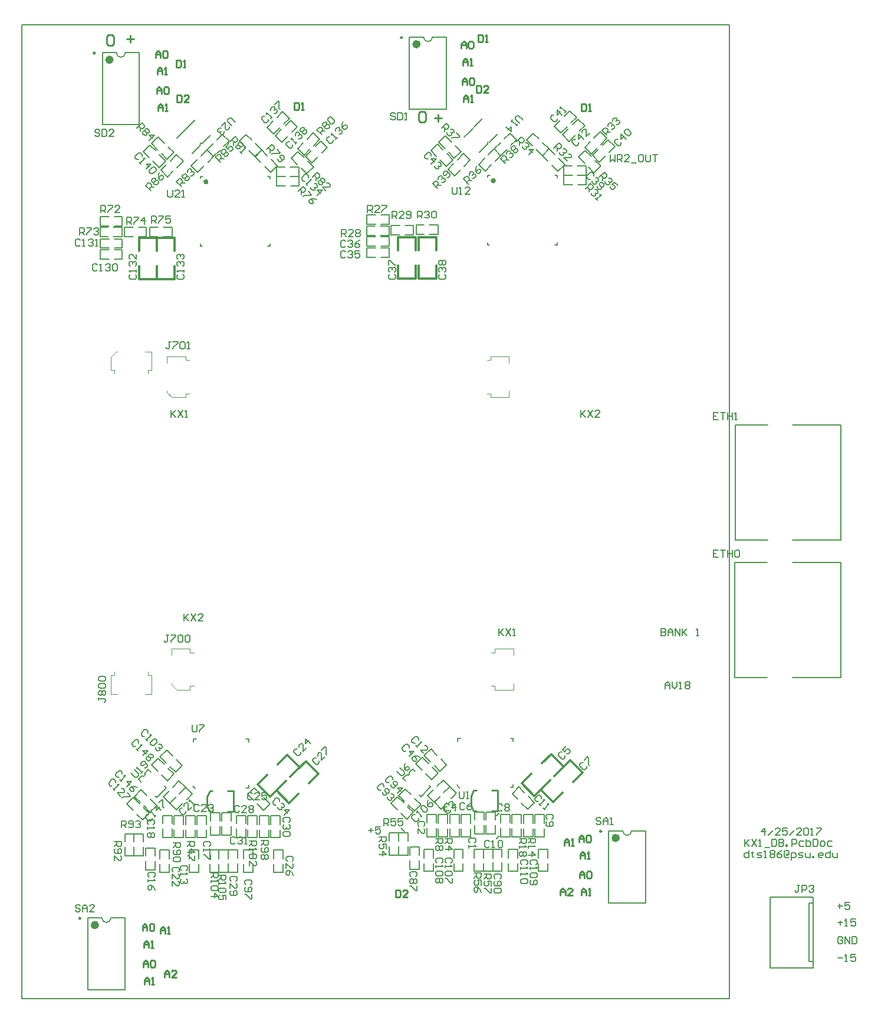
<source format=gto>
G04 Layer_Color=65535*
%FSLAX23Y23*%
%MOIN*%
G70*
G01*
G75*
%ADD39C,0.012*%
%ADD40C,0.008*%
%ADD41C,0.010*%
%ADD42C,0.008*%
%ADD106C,0.010*%
%ADD107C,0.024*%
%ADD108C,0.012*%
%ADD109C,0.004*%
D39*
X763Y4064D02*
Y4139D01*
X863Y4064D02*
Y4139D01*
Y4224D02*
Y4299D01*
X763Y4224D02*
Y4299D01*
Y4064D02*
X863D01*
X763Y4299D02*
X863D01*
X665Y4064D02*
Y4139D01*
X765Y4064D02*
Y4139D01*
Y4224D02*
Y4299D01*
X665Y4224D02*
Y4299D01*
Y4064D02*
X765D01*
X665Y4299D02*
X765D01*
X3101Y1348D02*
X3172Y1277D01*
X2935Y1182D02*
X3006Y1111D01*
X3048Y1295D02*
X3101Y1348D01*
X3119Y1224D02*
X3172Y1277D01*
X3006Y1111D02*
X3059Y1164D01*
X2935Y1182D02*
X2988Y1235D01*
X2994Y1383D02*
X3065Y1312D01*
X2828Y1217D02*
X2899Y1146D01*
X2941Y1330D02*
X2994Y1383D01*
X3012Y1259D02*
X3065Y1312D01*
X2899Y1146D02*
X2952Y1199D01*
X2828Y1217D02*
X2881Y1270D01*
X1500Y1378D02*
X1571Y1307D01*
X1334Y1212D02*
X1405Y1141D01*
X1447Y1325D02*
X1500Y1378D01*
X1518Y1254D02*
X1571Y1307D01*
X1405Y1141D02*
X1458Y1194D01*
X1334Y1212D02*
X1387Y1265D01*
X1607Y1343D02*
X1678Y1272D01*
X1441Y1177D02*
X1512Y1106D01*
X1554Y1290D02*
X1607Y1343D01*
X1625Y1219D02*
X1678Y1272D01*
X1512Y1106D02*
X1565Y1159D01*
X1441Y1177D02*
X1494Y1230D01*
X2244Y4302D02*
X2344D01*
X2244Y4067D02*
X2344D01*
X2244Y4227D02*
Y4302D01*
X2344Y4227D02*
Y4302D01*
Y4067D02*
Y4142D01*
X2244Y4067D02*
Y4142D01*
X2128Y4302D02*
X2228D01*
X2128Y4067D02*
X2228D01*
X2128Y4227D02*
Y4302D01*
X2228Y4227D02*
Y4302D01*
Y4067D02*
Y4142D01*
X2128Y4067D02*
Y4142D01*
D40*
X1021Y4832D02*
G03*
X1012Y4823I-5J-5D01*
G01*
X2176Y1265D02*
G03*
X2189Y1278I7J7D01*
G01*
X682Y1260D02*
G03*
X695Y1273I7J7D01*
G01*
X2645Y4838D02*
G03*
X2636Y4829I-5J-5D01*
G01*
X850Y4304D02*
Y4357D01*
X725Y4304D02*
Y4357D01*
X800Y4357D02*
X850D01*
X800Y4304D02*
X850Y4304D01*
X725D02*
X770D01*
X725Y4357D02*
X770D01*
X580Y4305D02*
X580Y4358D01*
X705Y4305D02*
Y4358D01*
X580Y4305D02*
X630D01*
X580Y4358D02*
X630Y4358D01*
X660Y4358D02*
X705D01*
X660Y4305D02*
X705D01*
X444Y4364D02*
X444Y4417D01*
X569Y4364D02*
Y4417D01*
X444Y4364D02*
X494D01*
X444Y4417D02*
X494Y4417D01*
X524Y4417D02*
X569D01*
X524Y4364D02*
X569D01*
X4451Y210D02*
Y475D01*
Y540D01*
X4476D01*
X4231Y575D02*
X4476D01*
Y175D02*
Y575D01*
X4231Y175D02*
Y575D01*
X4451Y210D02*
X4476D01*
X4231Y175D02*
X4476D01*
X1285Y1191D02*
Y1208D01*
X1269Y1191D02*
X1285D01*
X1269Y1467D02*
X1285D01*
Y1450D02*
Y1467D01*
X971D02*
X987D01*
X967Y1203D02*
X982Y1188D01*
X971Y1450D02*
Y1467D01*
X875Y4769D02*
X913Y4731D01*
X787Y4680D02*
X824Y4643D01*
X840Y4733D02*
X875Y4769D01*
X877Y4696D02*
X913Y4731D01*
X824Y4643D02*
X856Y4675D01*
X787Y4680D02*
X818Y4712D01*
X1524Y4749D02*
X1561Y4786D01*
X1612Y4660D02*
X1650Y4698D01*
X1524Y4749D02*
X1559Y4713D01*
X1561Y4786D02*
X1597Y4751D01*
X1618Y4730D02*
X1650Y4698D01*
X1580Y4692D02*
X1612Y4660D01*
X1567Y4645D02*
Y4698D01*
X1442Y4645D02*
Y4698D01*
X1517Y4698D02*
X1567D01*
X1517Y4645D02*
X1567Y4645D01*
X1442D02*
X1487D01*
X1442Y4698D02*
X1487D01*
X1442Y4592D02*
X1442Y4645D01*
X1567Y4592D02*
Y4645D01*
X1442Y4592D02*
X1492D01*
X1442Y4645D02*
X1492Y4645D01*
X1522Y4645D02*
X1567D01*
X1522Y4592D02*
X1567D01*
X1048Y4795D02*
X1085Y4757D01*
X1136Y4883D02*
X1174Y4846D01*
X1085Y4757D02*
X1121Y4793D01*
X1048Y4795D02*
X1083Y4830D01*
X1105Y4851D02*
X1136Y4883D01*
X1142Y4814D02*
X1174Y4846D01*
X959Y4706D02*
X996Y4668D01*
X1047Y4794D02*
X1085Y4757D01*
X996Y4668D02*
X1032Y4704D01*
X959Y4706D02*
X994Y4741D01*
X1016Y4762D02*
X1047Y4794D01*
X1053Y4725D02*
X1085Y4757D01*
X1010Y4646D02*
X1024D01*
X1010Y4634D02*
Y4646D01*
Y4252D02*
Y4266D01*
Y4252D02*
X1022D01*
X1390D02*
X1404D01*
Y4264D01*
Y4632D02*
Y4646D01*
X1392D02*
X1404D01*
X1319Y4757D02*
X1357Y4794D01*
X1231Y4845D02*
X1268Y4883D01*
X1321Y4830D02*
X1357Y4794D01*
X1284Y4792D02*
X1319Y4757D01*
X1231Y4845D02*
X1263Y4813D01*
X1268Y4883D02*
X1300Y4851D01*
X1408Y4668D02*
X1446Y4705D01*
X1320Y4756D02*
X1357Y4794D01*
X1410Y4741D02*
X1446Y4705D01*
X1373Y4703D02*
X1408Y4668D01*
X1320Y4756D02*
X1352Y4724D01*
X1357Y4794D02*
X1389Y4762D01*
X1387Y4922D02*
X1424Y4884D01*
X1475Y5010D02*
X1513Y4973D01*
X1424Y4884D02*
X1460Y4920D01*
X1387Y4922D02*
X1422Y4957D01*
X1444Y4978D02*
X1475Y5010D01*
X1481Y4941D02*
X1513Y4973D01*
X1433Y4875D02*
X1470Y4837D01*
X1521Y4963D02*
X1559Y4926D01*
X1470Y4837D02*
X1506Y4873D01*
X1433Y4875D02*
X1468Y4910D01*
X1490Y4931D02*
X1521Y4963D01*
X1527Y4894D02*
X1559Y4926D01*
X899Y4882D02*
X962Y4945D01*
X1021Y4832D02*
X1048Y4859D01*
X985Y4795D02*
X1012Y4823D01*
X965Y4775D02*
X985Y4795D01*
X1048Y4859D02*
X1068Y4879D01*
X879Y4862D02*
X899Y4882D01*
X962Y4945D02*
X982Y4965D01*
X777Y4696D02*
X815Y4733D01*
X689Y4784D02*
X726Y4822D01*
X779Y4769D02*
X815Y4733D01*
X742Y4731D02*
X777Y4696D01*
X689Y4784D02*
X721Y4752D01*
X726Y4822D02*
X758Y4790D01*
X734Y4831D02*
X771Y4868D01*
X822Y4742D02*
X860Y4780D01*
X734Y4831D02*
X769Y4795D01*
X771Y4868D02*
X807Y4833D01*
X828Y4812D02*
X860Y4780D01*
X790Y4774D02*
X822Y4742D01*
X1648Y4892D02*
X1686Y4854D01*
X1560Y4803D02*
X1597Y4766D01*
X1613Y4856D02*
X1648Y4892D01*
X1650Y4819D02*
X1686Y4854D01*
X1597Y4766D02*
X1629Y4798D01*
X1560Y4803D02*
X1591Y4835D01*
X1603Y4758D02*
X1640Y4720D01*
X1691Y4846D02*
X1729Y4809D01*
X1640Y4720D02*
X1676Y4756D01*
X1603Y4758D02*
X1638Y4793D01*
X1660Y4814D02*
X1691Y4846D01*
X1697Y4777D02*
X1729Y4809D01*
X444Y4240D02*
X444Y4293D01*
X569Y4240D02*
Y4293D01*
X444Y4240D02*
X494D01*
X444Y4293D02*
X494Y4293D01*
X524Y4293D02*
X569D01*
X524Y4240D02*
X569D01*
X444Y4178D02*
X444Y4231D01*
X569Y4178D02*
Y4231D01*
X444Y4178D02*
X494D01*
X444Y4231D02*
X494Y4231D01*
X524Y4231D02*
X569D01*
X524Y4178D02*
X569D01*
X569Y4304D02*
X569Y4357D01*
X444Y4304D02*
Y4357D01*
X519D02*
X569D01*
X519Y4304D02*
X569Y4304D01*
X444D02*
X489D01*
X444Y4357D02*
X489D01*
X2443Y721D02*
Y766D01*
X2496Y721D02*
Y766D01*
Y796D02*
Y846D01*
X2443Y796D02*
Y846D01*
Y721D02*
X2496D01*
X2443Y846D02*
X2496D01*
X2276Y721D02*
Y766D01*
X2329Y721D02*
Y766D01*
Y796D02*
Y846D01*
X2276Y796D02*
Y846D01*
Y721D02*
X2329D01*
X2276Y846D02*
X2329D01*
X2920Y721D02*
Y766D01*
X2973Y721D02*
Y766D01*
Y796D02*
Y846D01*
X2920Y796D02*
Y846D01*
Y721D02*
X2973D01*
X2920Y846D02*
X2973D01*
X2750Y721D02*
Y766D01*
X2803Y721D02*
Y766D01*
Y796D02*
Y846D01*
X2750Y796D02*
Y846D01*
Y721D02*
X2803D01*
X2750Y846D02*
X2803D01*
X2295Y1148D02*
X2327Y1180D01*
X2332Y1111D02*
X2364Y1142D01*
X2385Y1164D02*
X2421Y1199D01*
X2348Y1201D02*
X2383Y1236D01*
X2295Y1148D02*
X2332Y1111D01*
X2383Y1236D02*
X2421Y1199D01*
X2183Y892D02*
Y937D01*
X2130Y892D02*
Y937D01*
Y812D02*
Y862D01*
X2183Y812D02*
Y862D01*
X2130Y937D02*
X2183D01*
X2130Y812D02*
X2183D01*
X2130Y892D02*
Y937D01*
X2077Y892D02*
Y937D01*
Y812D02*
Y862D01*
X2130Y812D02*
Y862D01*
X2077Y937D02*
X2130D01*
X2077Y812D02*
X2130D01*
X2557Y721D02*
Y766D01*
X2610Y721D02*
Y766D01*
Y796D02*
Y846D01*
X2557Y796D02*
Y846D01*
Y721D02*
X2610D01*
X2557Y846D02*
X2610D01*
Y721D02*
Y766D01*
X2663Y721D02*
Y766D01*
Y796D02*
Y846D01*
X2610Y796D02*
Y846D01*
Y721D02*
X2663D01*
X2610Y846D02*
X2663D01*
X2421Y916D02*
Y961D01*
X2474Y916D02*
Y961D01*
Y991D02*
Y1041D01*
X2421Y991D02*
Y1041D01*
Y916D02*
X2474D01*
X2421Y1041D02*
X2474D01*
X2344Y995D02*
Y1040D01*
X2291Y995D02*
Y1040D01*
Y915D02*
Y965D01*
X2344Y915D02*
Y965D01*
X2291Y1040D02*
X2344D01*
X2291Y915D02*
X2344D01*
X2355Y916D02*
Y961D01*
X2408Y916D02*
Y961D01*
Y991D02*
Y1041D01*
X2355Y991D02*
Y1041D01*
Y916D02*
X2408D01*
X2355Y1041D02*
X2408D01*
X2427Y1130D02*
X2459Y1162D01*
X2389Y1167D02*
X2421Y1199D01*
X2333Y1111D02*
X2368Y1146D01*
X2370Y1073D02*
X2406Y1109D01*
X2421Y1199D02*
X2459Y1162D01*
X2333Y1111D02*
X2370Y1073D01*
X2614Y1010D02*
Y1055D01*
X2561Y1010D02*
Y1055D01*
Y930D02*
Y980D01*
X2614Y930D02*
Y980D01*
X2561Y1055D02*
X2614D01*
X2561Y930D02*
X2614D01*
X2677Y1010D02*
Y1055D01*
X2624Y1010D02*
Y1055D01*
Y930D02*
Y980D01*
X2677Y930D02*
Y980D01*
X2624Y1055D02*
X2677D01*
X2624Y930D02*
X2677D01*
X2838Y916D02*
Y961D01*
X2891Y916D02*
Y961D01*
Y991D02*
Y1041D01*
X2838Y991D02*
Y1041D01*
Y916D02*
X2891D01*
X2838Y1041D02*
X2891D01*
X2902Y916D02*
Y961D01*
X2955Y916D02*
Y961D01*
Y991D02*
Y1041D01*
X2902Y991D02*
Y1041D01*
Y916D02*
X2955D01*
X2902Y1041D02*
X2955D01*
X2762Y996D02*
Y1041D01*
X2709Y996D02*
Y1041D01*
Y916D02*
Y966D01*
X2762Y916D02*
Y966D01*
X2709Y1041D02*
X2762D01*
X2709Y916D02*
X2762D01*
X2771D02*
Y961D01*
X2824Y916D02*
Y961D01*
Y991D02*
Y1041D01*
X2771Y991D02*
Y1041D01*
Y916D02*
X2824D01*
X2771Y1041D02*
X2824D01*
X2810Y1197D02*
X2842Y1165D01*
X2773Y1159D02*
X2805Y1127D01*
X2826Y1106D02*
X2861Y1071D01*
X2863Y1144D02*
X2899Y1108D01*
X2773Y1159D02*
X2810Y1197D01*
X2861Y1071D02*
X2899Y1108D01*
X2484Y916D02*
Y961D01*
X2537Y916D02*
Y961D01*
Y991D02*
Y1041D01*
X2484Y991D02*
Y1041D01*
Y916D02*
X2537D01*
X2484Y1041D02*
X2537D01*
X2276Y1374D02*
X2314Y1411D01*
X2365Y1285D02*
X2402Y1323D01*
X2276Y1374D02*
X2312Y1338D01*
X2314Y1411D02*
X2349Y1376D01*
X2370Y1355D02*
X2402Y1323D01*
X2333Y1317D02*
X2365Y1285D01*
X2228Y1327D02*
X2266Y1364D01*
X2317Y1238D02*
X2354Y1276D01*
X2228Y1327D02*
X2264Y1291D01*
X2266Y1364D02*
X2301Y1329D01*
X2322Y1308D02*
X2354Y1276D01*
X2285Y1270D02*
X2317Y1238D01*
X2088Y1105D02*
X2126Y1142D01*
X2177Y1016D02*
X2214Y1054D01*
X2088Y1105D02*
X2124Y1069D01*
X2126Y1142D02*
X2161Y1107D01*
X2182Y1086D02*
X2214Y1054D01*
X2145Y1048D02*
X2177Y1016D01*
X2663Y721D02*
X2716D01*
X2663Y846D02*
X2716D01*
Y721D02*
Y771D01*
X2663Y721D02*
Y771D01*
Y801D02*
Y846D01*
X2716Y801D02*
Y846D01*
X2195Y732D02*
X2248D01*
X2195Y857D02*
X2248D01*
Y732D02*
Y782D01*
X2195Y732D02*
Y782D01*
Y812D02*
Y857D01*
X2248Y812D02*
Y857D01*
X2686Y906D02*
X2701Y921D01*
X2686Y1036D02*
X2701Y1051D01*
X2146Y966D02*
X2166Y946D01*
X2220Y1060D02*
X2258Y1097D01*
X2132Y1148D02*
X2169Y1186D01*
X2222Y1133D02*
X2258Y1097D01*
X2185Y1095D02*
X2220Y1060D01*
X2132Y1148D02*
X2164Y1116D01*
X2169Y1186D02*
X2201Y1154D01*
X2190Y1278D02*
X2210Y1299D01*
X2224Y1285D01*
X2156Y1245D02*
X2176Y1265D01*
X2156Y1245D02*
X2170Y1230D01*
X2249Y1151D02*
X2257Y1143D01*
X2312Y1197D01*
X2303Y1205D02*
X2312Y1197D01*
X2779Y1196D02*
Y1213D01*
X2763Y1196D02*
X2779D01*
X2763Y1472D02*
X2779D01*
Y1455D02*
Y1472D01*
X2465D02*
X2481D01*
X2461Y1208D02*
X2476Y1193D01*
X2465Y1455D02*
Y1472D01*
X949Y716D02*
Y761D01*
X1002Y716D02*
Y761D01*
Y791D02*
Y841D01*
X949Y791D02*
Y841D01*
X949Y716D02*
X1002D01*
X949Y841D02*
X1002Y841D01*
X782Y716D02*
Y761D01*
X835Y716D02*
Y761D01*
Y791D02*
Y841D01*
X782Y791D02*
Y841D01*
X782Y716D02*
X835D01*
X782Y841D02*
X835Y841D01*
X1120Y1005D02*
Y1050D01*
X1067Y1005D02*
Y1050D01*
Y925D02*
Y975D01*
X1120Y925D02*
Y975D01*
X1067Y1050D02*
X1120D01*
X1067Y925D02*
X1120D01*
X1183Y1005D02*
Y1050D01*
X1130Y1005D02*
Y1050D01*
Y925D02*
Y975D01*
X1183Y925D02*
Y975D01*
X1130Y1050D02*
X1183D01*
X1130Y925D02*
X1183D01*
X990Y911D02*
Y956D01*
X1043Y911D02*
Y956D01*
Y986D02*
Y1036D01*
X990Y986D02*
Y1036D01*
X990Y911D02*
X1043D01*
X990Y1036D02*
X1043Y1036D01*
X927Y911D02*
Y956D01*
X980Y911D02*
Y956D01*
Y986D02*
Y1036D01*
X927Y986D02*
Y1036D01*
X927Y911D02*
X980D01*
X927Y1036D02*
X980Y1036D01*
X861Y911D02*
Y956D01*
X914Y911D02*
Y956D01*
Y986D02*
Y1036D01*
X861Y986D02*
Y1036D01*
X861Y911D02*
X914D01*
X861Y1036D02*
X914Y1036D01*
X850Y990D02*
Y1035D01*
X797Y990D02*
Y1035D01*
Y910D02*
Y960D01*
X850Y910D02*
Y960D01*
X797Y1035D02*
X850D01*
X797Y910D02*
X850D01*
X1268Y991D02*
Y1036D01*
X1215Y991D02*
Y1036D01*
Y911D02*
Y961D01*
X1268Y911D02*
Y961D01*
X1215Y1036D02*
X1268D01*
X1215Y911D02*
X1268D01*
X1277D02*
Y956D01*
X1330Y911D02*
Y956D01*
Y986D02*
Y1036D01*
X1277Y986D02*
Y1036D01*
X1277Y911D02*
X1330D01*
X1277Y1036D02*
X1330Y1036D01*
X1344Y911D02*
Y956D01*
X1397Y911D02*
Y956D01*
Y986D02*
Y1036D01*
X1344Y986D02*
Y1036D01*
X1344Y911D02*
X1397D01*
X1344Y1036D02*
X1397Y1036D01*
X1408Y911D02*
Y956D01*
X1461Y911D02*
Y956D01*
Y986D02*
Y1036D01*
X1408Y986D02*
Y1036D01*
X1408Y911D02*
X1461D01*
X1408Y1036D02*
X1461Y1036D01*
X1256Y716D02*
Y761D01*
X1309Y716D02*
Y761D01*
Y791D02*
Y841D01*
X1256Y791D02*
Y841D01*
X1256Y716D02*
X1309D01*
X1256Y841D02*
X1309Y841D01*
X1426Y716D02*
Y761D01*
X1479Y716D02*
Y761D01*
Y791D02*
Y841D01*
X1426Y791D02*
Y841D01*
X1426Y716D02*
X1479D01*
X1426Y841D02*
X1479Y841D01*
X1222Y796D02*
Y841D01*
X1169Y796D02*
Y841D01*
Y716D02*
Y766D01*
X1222Y716D02*
Y766D01*
X1169Y841D02*
X1222D01*
X1169Y716D02*
X1222Y716D01*
X1116Y716D02*
Y761D01*
X1169Y716D02*
Y761D01*
Y791D02*
Y841D01*
X1116Y791D02*
Y841D01*
X1116Y716D02*
X1169D01*
X1116Y841D02*
X1169Y841D01*
X1063Y716D02*
Y761D01*
X1116Y716D02*
Y761D01*
Y791D02*
Y841D01*
X1063Y791D02*
Y841D01*
X1063Y716D02*
X1116D01*
X1063Y841D02*
X1116Y841D01*
X754Y807D02*
Y852D01*
X701Y807D02*
Y852D01*
Y727D02*
Y777D01*
X754Y727D02*
Y777D01*
X701Y852D02*
X754D01*
X701Y727D02*
X754Y727D01*
X636Y887D02*
Y932D01*
X583Y887D02*
Y932D01*
Y807D02*
Y857D01*
X636Y807D02*
Y857D01*
X583Y932D02*
X636D01*
X583Y807D02*
X636D01*
X689Y887D02*
Y932D01*
X636Y887D02*
Y932D01*
Y807D02*
Y857D01*
X689Y807D02*
Y857D01*
X636Y932D02*
X689D01*
X636Y807D02*
X689D01*
X1316Y1192D02*
X1348Y1160D01*
X1279Y1154D02*
X1311Y1122D01*
X1332Y1101D02*
X1367Y1066D01*
X1369Y1139D02*
X1405Y1103D01*
X1279Y1154D02*
X1316Y1192D01*
X1367Y1066D02*
X1405Y1103D01*
X933Y1125D02*
X965Y1157D01*
X895Y1162D02*
X927Y1194D01*
X839Y1106D02*
X874Y1141D01*
X876Y1068D02*
X912Y1104D01*
X927Y1194D02*
X965Y1157D01*
X839Y1106D02*
X876Y1068D01*
X801Y1143D02*
X833Y1175D01*
X838Y1106D02*
X870Y1137D01*
X891Y1159D02*
X927Y1194D01*
X854Y1196D02*
X889Y1231D01*
X801Y1143D02*
X838Y1106D01*
X889Y1231D02*
X927Y1194D01*
X696Y1273D02*
X716Y1294D01*
X730Y1280D01*
X662Y1240D02*
X682Y1260D01*
X662Y1240D02*
X676Y1225D01*
X755Y1146D02*
X763Y1138D01*
X818Y1192D01*
X809Y1200D02*
X818Y1192D01*
X791Y1265D02*
X823Y1233D01*
X828Y1303D02*
X860Y1271D01*
X772Y1359D02*
X807Y1324D01*
X734Y1322D02*
X770Y1286D01*
X823Y1233D02*
X860Y1271D01*
X734Y1322D02*
X772Y1359D01*
X839Y1312D02*
X871Y1280D01*
X876Y1350D02*
X908Y1318D01*
X820Y1406D02*
X855Y1371D01*
X782Y1369D02*
X818Y1333D01*
X871Y1280D02*
X908Y1318D01*
X782Y1369D02*
X820Y1406D01*
X675Y1181D02*
X707Y1149D01*
X638Y1143D02*
X670Y1111D01*
X691Y1090D02*
X726Y1055D01*
X728Y1128D02*
X764Y1092D01*
X638Y1143D02*
X675Y1181D01*
X726Y1055D02*
X764Y1092D01*
X651Y1043D02*
X683Y1011D01*
X688Y1081D02*
X720Y1049D01*
X632Y1137D02*
X667Y1102D01*
X594Y1100D02*
X630Y1064D01*
X683Y1011D02*
X720Y1049D01*
X594Y1100D02*
X632Y1137D01*
X4032Y1814D02*
Y2464D01*
X4216D01*
X4358D02*
X4630D01*
Y1814D02*
Y2464D01*
X4358Y1814D02*
X4630D01*
X4032D02*
X4216D01*
X4033Y2590D02*
Y3240D01*
X4217D01*
X4359D02*
X4631D01*
Y2590D02*
Y3240D01*
X4359Y2590D02*
X4631D01*
X4033D02*
X4217D01*
X2586Y4951D02*
X2606Y4971D01*
X2502Y4868D02*
X2523Y4888D01*
X2672Y4865D02*
X2692Y4885D01*
X2588Y4781D02*
X2608Y4801D01*
X2636Y4829D01*
X2645Y4838D02*
X2672Y4865D01*
X2523Y4888D02*
X2586Y4951D01*
X3016Y4652D02*
X3028D01*
Y4638D02*
Y4652D01*
Y4258D02*
Y4270D01*
X3014Y4258D02*
X3028D01*
X2634D02*
X2646D01*
X2634D02*
Y4272D01*
Y4640D02*
Y4652D01*
X2648D01*
X2499Y4775D02*
X2536Y4737D01*
X2410Y4686D02*
X2448Y4649D01*
X2463Y4739D02*
X2499Y4775D01*
X2501Y4702D02*
X2536Y4737D01*
X2448Y4649D02*
X2480Y4681D01*
X2410Y4686D02*
X2442Y4718D01*
X2672Y4801D02*
X2709Y4763D01*
X2760Y4889D02*
X2798Y4852D01*
X2709Y4763D02*
X2745Y4799D01*
X2672Y4801D02*
X2707Y4836D01*
X2728Y4857D02*
X2760Y4889D01*
X2766Y4820D02*
X2798Y4852D01*
X2357Y4837D02*
X2395Y4874D01*
X2446Y4748D02*
X2483Y4786D01*
X2357Y4837D02*
X2393Y4801D01*
X2395Y4874D02*
X2430Y4839D01*
X2451Y4818D02*
X2483Y4786D01*
X2414Y4780D02*
X2446Y4748D01*
X2583Y4712D02*
X2620Y4674D01*
X2671Y4800D02*
X2709Y4763D01*
X2620Y4674D02*
X2656Y4710D01*
X2583Y4712D02*
X2618Y4747D01*
X2639Y4768D02*
X2671Y4800D01*
X2677Y4731D02*
X2709Y4763D01*
X3147Y4755D02*
X3185Y4792D01*
X3236Y4666D02*
X3273Y4704D01*
X3147Y4755D02*
X3183Y4719D01*
X3185Y4792D02*
X3220Y4757D01*
X3241Y4736D02*
X3273Y4704D01*
X3204Y4698D02*
X3236Y4666D01*
X2943Y4763D02*
X2981Y4800D01*
X2855Y4851D02*
X2892Y4889D01*
X2945Y4836D02*
X2981Y4800D01*
X2908Y4798D02*
X2943Y4763D01*
X2855Y4851D02*
X2887Y4819D01*
X2892Y4889D02*
X2924Y4857D01*
X3272Y4898D02*
X3309Y4860D01*
X3183Y4809D02*
X3221Y4772D01*
X3236Y4862D02*
X3272Y4898D01*
X3274Y4825D02*
X3309Y4860D01*
X3221Y4772D02*
X3253Y4804D01*
X3183Y4809D02*
X3215Y4841D01*
X3032Y4674D02*
X3070Y4711D01*
X2944Y4762D02*
X2981Y4800D01*
X3034Y4747D02*
X3070Y4711D01*
X2997Y4709D02*
X3032Y4674D01*
X2944Y4762D02*
X2976Y4730D01*
X2981Y4800D02*
X3013Y4768D01*
X3066Y4598D02*
Y4651D01*
X3191Y4598D02*
Y4651D01*
X3066Y4598D02*
X3116D01*
X3066Y4651D02*
X3116D01*
X3146D02*
X3191D01*
X3146Y4598D02*
X3191D01*
X2356Y4317D02*
Y4370D01*
X2231Y4317D02*
Y4370D01*
X2306D02*
X2356D01*
X2306Y4317D02*
X2356D01*
X2231D02*
X2276D01*
X2231Y4370D02*
X2276D01*
X2088Y4316D02*
Y4369D01*
X2213Y4316D02*
Y4369D01*
X2088Y4316D02*
X2138D01*
X2088Y4369D02*
X2138D01*
X2168D02*
X2213D01*
X2168Y4316D02*
X2213D01*
X2077Y4313D02*
Y4366D01*
X1952Y4313D02*
Y4366D01*
X2027D02*
X2077D01*
X2027Y4313D02*
X2077D01*
X1952D02*
X1997D01*
X1952Y4366D02*
X1997D01*
X1952Y4375D02*
Y4428D01*
X2077Y4375D02*
Y4428D01*
X1952Y4375D02*
X2002D01*
X1952Y4428D02*
X2002D01*
X2032D02*
X2077D01*
X2032Y4375D02*
X2077D01*
X2401Y4702D02*
X2439Y4739D01*
X2313Y4790D02*
X2350Y4828D01*
X2403Y4775D02*
X2439Y4739D01*
X2366Y4737D02*
X2401Y4702D01*
X2313Y4790D02*
X2345Y4758D01*
X2350Y4828D02*
X2382Y4796D01*
X3057Y4881D02*
X3094Y4843D01*
X3145Y4969D02*
X3183Y4932D01*
X3094Y4843D02*
X3130Y4879D01*
X3057Y4881D02*
X3092Y4916D01*
X3113Y4937D02*
X3145Y4969D01*
X3151Y4900D02*
X3183Y4932D01*
X3011Y4928D02*
X3048Y4890D01*
X3099Y5016D02*
X3137Y4979D01*
X3048Y4890D02*
X3084Y4926D01*
X3011Y4928D02*
X3046Y4963D01*
X3067Y4984D02*
X3099Y5016D01*
X3105Y4947D02*
X3137Y4979D01*
X3227Y4764D02*
X3264Y4726D01*
X3315Y4852D02*
X3353Y4815D01*
X3264Y4726D02*
X3300Y4762D01*
X3227Y4764D02*
X3262Y4799D01*
X3283Y4820D02*
X3315Y4852D01*
X3321Y4783D02*
X3353Y4815D01*
X3191Y4651D02*
Y4704D01*
X3066Y4651D02*
Y4704D01*
X3141D02*
X3191D01*
X3141Y4651D02*
X3191D01*
X3066D02*
X3111D01*
X3066Y4704D02*
X3111D01*
X1952Y4251D02*
Y4304D01*
X2077Y4251D02*
Y4304D01*
X1952Y4251D02*
X2002D01*
X1952Y4304D02*
X2002D01*
X2032D02*
X2077D01*
X2032Y4251D02*
X2077D01*
X1952Y4189D02*
Y4242D01*
X2077Y4189D02*
Y4242D01*
X1952Y4189D02*
X2002D01*
X1952Y4242D02*
X2002D01*
X2032D02*
X2077D01*
X2032Y4189D02*
X2077D01*
X4614Y430D02*
X4641D01*
X4627Y443D02*
Y417D01*
X4654Y410D02*
X4667D01*
X4661D01*
Y450D01*
X4654Y443D01*
X4714Y450D02*
X4687D01*
Y430D01*
X4701Y437D01*
X4707D01*
X4714Y430D01*
Y417D01*
X4707Y410D01*
X4694D01*
X4687Y417D01*
X441Y4903D02*
X434Y4910D01*
X421D01*
X414Y4903D01*
Y4897D01*
X421Y4890D01*
X434D01*
X441Y4883D01*
Y4877D01*
X434Y4870D01*
X421D01*
X414Y4877D01*
X454Y4910D02*
Y4870D01*
X474D01*
X481Y4877D01*
Y4903D01*
X474Y4910D01*
X454D01*
X521Y4870D02*
X494D01*
X521Y4897D01*
Y4903D01*
X514Y4910D01*
X501D01*
X494Y4903D01*
X2113Y4999D02*
X2106Y5006D01*
X2093D01*
X2086Y4999D01*
Y4993D01*
X2093Y4986D01*
X2106D01*
X2113Y4979D01*
Y4973D01*
X2106Y4966D01*
X2093D01*
X2086Y4973D01*
X2126Y5006D02*
Y4966D01*
X2146D01*
X2153Y4973D01*
Y4999D01*
X2146Y5006D01*
X2126D01*
X2166Y4966D02*
X2179D01*
X2173D01*
Y5006D01*
X2166Y4999D01*
X332Y526D02*
X325Y533D01*
X312D01*
X305Y526D01*
Y520D01*
X312Y513D01*
X325D01*
X332Y506D01*
Y500D01*
X325Y493D01*
X312D01*
X305Y500D01*
X345Y493D02*
Y520D01*
X359Y533D01*
X372Y520D01*
Y493D01*
Y513D01*
X345D01*
X412Y493D02*
X385D01*
X412Y520D01*
Y526D01*
X405Y533D01*
X392D01*
X385Y526D01*
X3276Y1018D02*
X3269Y1025D01*
X3256D01*
X3249Y1018D01*
Y1012D01*
X3256Y1005D01*
X3269D01*
X3276Y998D01*
Y992D01*
X3269Y985D01*
X3256D01*
X3249Y992D01*
X3289Y985D02*
Y1012D01*
X3303Y1025D01*
X3316Y1012D01*
Y985D01*
Y1005D01*
X3289D01*
X3329Y985D02*
X3343D01*
X3336D01*
Y1025D01*
X3329Y1018D01*
X4397Y643D02*
X4383D01*
X4390D01*
Y610D01*
X4383Y603D01*
X4377D01*
X4370Y610D01*
X4410Y603D02*
Y643D01*
X4430D01*
X4437Y636D01*
Y623D01*
X4430Y616D01*
X4410D01*
X4450Y636D02*
X4457Y643D01*
X4470D01*
X4477Y636D01*
Y630D01*
X4470Y623D01*
X4463D01*
X4470D01*
X4477Y616D01*
Y610D01*
X4470Y603D01*
X4457D01*
X4450Y610D01*
X618Y1276D02*
X641Y1253D01*
X651D01*
X660Y1262D01*
Y1272D01*
X637Y1295D01*
X674Y1276D02*
X684Y1286D01*
X679Y1281D01*
X651Y1309D01*
Y1300D01*
X693Y1305D02*
X703D01*
X712Y1314D01*
Y1323D01*
X693Y1342D01*
X684D01*
X674Y1333D01*
Y1323D01*
X679Y1319D01*
X688D01*
X703Y1333D01*
X965Y1548D02*
Y1515D01*
X972Y1508D01*
X985D01*
X992Y1515D01*
Y1548D01*
X1005D02*
X1032D01*
Y1541D01*
X1005Y1515D01*
Y1508D01*
X1115Y699D02*
X1155D01*
Y679D01*
X1148Y673D01*
X1135D01*
X1128Y679D01*
Y699D01*
Y686D02*
X1115Y673D01*
Y660D02*
Y646D01*
Y653D01*
X1155D01*
X1148Y660D01*
Y626D02*
X1155Y620D01*
Y606D01*
X1148Y600D01*
X1122D01*
X1115Y606D01*
Y620D01*
X1122Y626D01*
X1148D01*
X1155Y560D02*
Y586D01*
X1135D01*
X1142Y573D01*
Y566D01*
X1135Y560D01*
X1122D01*
X1115Y566D01*
Y580D01*
X1122Y586D01*
X1072Y710D02*
X1112D01*
Y690D01*
X1105Y684D01*
X1092D01*
X1085Y690D01*
Y710D01*
Y697D02*
X1072Y684D01*
Y671D02*
Y657D01*
Y664D01*
X1112D01*
X1105Y671D01*
Y637D02*
X1112Y631D01*
Y617D01*
X1105Y611D01*
X1079D01*
X1072Y617D01*
Y631D01*
X1079Y637D01*
X1105D01*
X1072Y577D02*
X1112D01*
X1092Y597D01*
Y571D01*
X1288Y891D02*
X1328D01*
Y871D01*
X1321Y864D01*
X1308D01*
X1301Y871D01*
Y891D01*
Y878D02*
X1288Y864D01*
Y851D02*
Y838D01*
Y844D01*
X1328D01*
X1321Y851D01*
Y818D02*
X1328Y811D01*
Y798D01*
X1321Y791D01*
X1295D01*
X1288Y798D01*
Y811D01*
X1295Y818D01*
X1321D01*
X1288Y751D02*
Y778D01*
X1315Y751D01*
X1321D01*
X1328Y758D01*
Y771D01*
X1321Y778D01*
X1355Y894D02*
X1395D01*
Y874D01*
X1388Y867D01*
X1375D01*
X1368Y874D01*
Y894D01*
Y881D02*
X1355Y867D01*
X1362Y854D02*
X1355Y847D01*
Y834D01*
X1362Y827D01*
X1388D01*
X1395Y834D01*
Y847D01*
X1388Y854D01*
X1382D01*
X1375Y847D01*
Y827D01*
X1388Y814D02*
X1395Y807D01*
Y794D01*
X1388Y787D01*
X1382D01*
X1375Y794D01*
X1368Y787D01*
X1362D01*
X1355Y794D01*
Y807D01*
X1362Y814D01*
X1368D01*
X1375Y807D01*
X1382Y814D01*
X1388D01*
X1375Y807D02*
Y794D01*
X564Y967D02*
Y1006D01*
X584D01*
X591Y1000D01*
Y987D01*
X584Y980D01*
X564D01*
X577D02*
X591Y967D01*
X604Y973D02*
X611Y967D01*
X624D01*
X631Y973D01*
Y1000D01*
X624Y1006D01*
X611D01*
X604Y1000D01*
Y993D01*
X611Y987D01*
X631D01*
X644Y1000D02*
X651Y1006D01*
X664D01*
X671Y1000D01*
Y993D01*
X664Y987D01*
X657D01*
X664D01*
X671Y980D01*
Y973D01*
X664Y967D01*
X651D01*
X644Y973D01*
X525Y888D02*
X565D01*
Y868D01*
X558Y861D01*
X545D01*
X538Y868D01*
Y888D01*
Y874D02*
X525Y861D01*
X532Y848D02*
X525Y841D01*
Y828D01*
X532Y821D01*
X558D01*
X565Y828D01*
Y841D01*
X558Y848D01*
X552D01*
X545Y841D01*
Y821D01*
X525Y781D02*
Y808D01*
X552Y781D01*
X558D01*
X565Y788D01*
Y801D01*
X558Y808D01*
X857Y883D02*
X897D01*
Y863D01*
X890Y856D01*
X877D01*
X870Y863D01*
Y883D01*
Y870D02*
X857Y856D01*
X864Y843D02*
X857Y836D01*
Y823D01*
X864Y816D01*
X890D01*
X897Y823D01*
Y836D01*
X890Y843D01*
X884D01*
X877Y836D01*
Y816D01*
X890Y803D02*
X897Y796D01*
Y783D01*
X890Y776D01*
X864D01*
X857Y783D01*
Y796D01*
X864Y803D01*
X890D01*
X938Y888D02*
X978D01*
Y868D01*
X971Y861D01*
X958D01*
X951Y868D01*
Y888D01*
Y875D02*
X938Y861D01*
Y828D02*
X978D01*
X958Y848D01*
Y821D01*
X978Y808D02*
Y781D01*
X971D01*
X945Y808D01*
X938D01*
X662Y1445D02*
Y1454D01*
X653Y1464D01*
X644D01*
X625Y1445D01*
Y1435D01*
X634Y1426D01*
X644D01*
X648Y1412D02*
X658Y1402D01*
X653Y1407D01*
X681Y1435D01*
X672D01*
X686Y1374D02*
X714Y1402D01*
X686D01*
X705Y1383D01*
X724D02*
X733D01*
X743Y1374D01*
Y1365D01*
X738Y1360D01*
X728D01*
Y1350D01*
X724Y1346D01*
X714D01*
X705Y1355D01*
Y1365D01*
X710Y1369D01*
X719D01*
Y1379D01*
X724Y1383D01*
X719Y1369D02*
X728Y1360D01*
X719Y1041D02*
X709D01*
X700Y1032D01*
Y1022D01*
X719Y1004D01*
X728D01*
X738Y1013D01*
Y1022D01*
X752Y1027D02*
X761Y1037D01*
X756Y1032D01*
X728Y1060D01*
Y1051D01*
X789Y1065D02*
X761Y1093D01*
Y1065D01*
X780Y1084D01*
X775Y1107D02*
X794Y1126D01*
X799Y1121D01*
Y1084D01*
X804Y1079D01*
X569Y1270D02*
Y1279D01*
X560Y1289D01*
X550D01*
X531Y1270D01*
Y1260D01*
X541Y1251D01*
X550D01*
X555Y1237D02*
X564Y1227D01*
X560Y1232D01*
X588Y1260D01*
X579D01*
X593Y1199D02*
X621Y1227D01*
X593D01*
X612Y1209D01*
X654Y1194D02*
X640Y1199D01*
X621Y1199D01*
X612Y1190D01*
Y1180D01*
X621Y1171D01*
X630D01*
X635Y1176D01*
Y1185D01*
X621Y1199D01*
X531Y1221D02*
Y1230D01*
X521Y1240D01*
X512D01*
X493Y1221D01*
Y1211D01*
X502Y1202D01*
X512D01*
X517Y1188D02*
X526Y1178D01*
X521Y1183D01*
X550Y1211D01*
X540D01*
X559Y1145D02*
X540Y1164D01*
X578D01*
X582Y1169D01*
Y1178D01*
X573Y1188D01*
X564D01*
X597Y1164D02*
X615Y1145D01*
X611Y1141D01*
X573D01*
X568Y1136D01*
X714Y1501D02*
Y1510D01*
X705Y1520D01*
X696D01*
X677Y1501D01*
Y1491D01*
X686Y1482D01*
X696D01*
X700Y1468D02*
X710Y1458D01*
X705Y1463D01*
X733Y1491D01*
X724D01*
X747Y1468D02*
X757D01*
X766Y1458D01*
Y1449D01*
X747Y1430D01*
X738D01*
X729Y1439D01*
Y1449D01*
X747Y1468D01*
X776Y1439D02*
X785D01*
X795Y1430D01*
Y1421D01*
X790Y1416D01*
X780D01*
X776Y1421D01*
X780Y1416D01*
Y1406D01*
X776Y1402D01*
X766D01*
X757Y1411D01*
Y1421D01*
X1295Y646D02*
X1301Y653D01*
Y666D01*
X1295Y673D01*
X1268D01*
X1261Y666D01*
Y653D01*
X1268Y646D01*
Y633D02*
X1261Y626D01*
Y613D01*
X1268Y606D01*
X1295D01*
X1301Y613D01*
Y626D01*
X1295Y633D01*
X1288D01*
X1281Y626D01*
Y606D01*
X1301Y593D02*
Y566D01*
X1295D01*
X1268Y593D01*
X1261D01*
X1457Y1115D02*
Y1124D01*
X1448Y1134D01*
X1439D01*
X1420Y1115D01*
Y1105D01*
X1429Y1096D01*
X1439D01*
X1467Y1105D02*
X1476D01*
X1486Y1096D01*
Y1086D01*
X1481Y1082D01*
X1472D01*
X1467Y1086D01*
X1472Y1082D01*
Y1072D01*
X1467Y1068D01*
X1457D01*
X1448Y1077D01*
Y1086D01*
X1486Y1039D02*
X1514Y1068D01*
X1486Y1068D01*
X1505Y1049D01*
X1207Y907D02*
X1200Y914D01*
X1187D01*
X1180Y907D01*
Y881D01*
X1187Y874D01*
X1200D01*
X1207Y881D01*
X1220Y907D02*
X1227Y914D01*
X1240D01*
X1247Y907D01*
Y901D01*
X1240Y894D01*
X1233D01*
X1240D01*
X1247Y887D01*
Y881D01*
X1240Y874D01*
X1227D01*
X1220Y881D01*
X1260Y874D02*
X1273D01*
X1267D01*
Y914D01*
X1260Y907D01*
X1511Y999D02*
X1518Y1006D01*
Y1019D01*
X1511Y1026D01*
X1485D01*
X1478Y1019D01*
Y1006D01*
X1485Y999D01*
X1511Y986D02*
X1518Y979D01*
Y966D01*
X1511Y959D01*
X1505D01*
X1498Y966D01*
Y973D01*
Y966D01*
X1491Y959D01*
X1485D01*
X1478Y966D01*
Y979D01*
X1485Y986D01*
X1511Y946D02*
X1518Y939D01*
Y926D01*
X1511Y919D01*
X1485D01*
X1478Y926D01*
Y939D01*
X1485Y946D01*
X1511D01*
X1212Y666D02*
X1218Y673D01*
Y686D01*
X1212Y693D01*
X1185D01*
X1178Y686D01*
Y673D01*
X1185Y666D01*
X1178Y626D02*
Y653D01*
X1205Y626D01*
X1212D01*
X1218Y633D01*
Y646D01*
X1212Y653D01*
X1185Y613D02*
X1178Y606D01*
Y593D01*
X1185Y586D01*
X1212D01*
X1218Y593D01*
Y606D01*
X1212Y613D01*
X1205D01*
X1198Y606D01*
Y586D01*
X1231Y1086D02*
X1224Y1093D01*
X1211D01*
X1204Y1086D01*
Y1060D01*
X1211Y1053D01*
X1224D01*
X1231Y1060D01*
X1271Y1053D02*
X1244D01*
X1271Y1080D01*
Y1086D01*
X1264Y1093D01*
X1251D01*
X1244Y1086D01*
X1284D02*
X1291Y1093D01*
X1304D01*
X1311Y1086D01*
Y1080D01*
X1304Y1073D01*
X1311Y1066D01*
Y1060D01*
X1304Y1053D01*
X1291D01*
X1284Y1060D01*
Y1066D01*
X1291Y1073D01*
X1284Y1080D01*
Y1086D01*
X1291Y1073D02*
X1304D01*
X1663Y1362D02*
X1654D01*
X1644Y1353D01*
Y1344D01*
X1663Y1325D01*
X1673D01*
X1682Y1334D01*
Y1344D01*
X1715Y1367D02*
X1696Y1348D01*
Y1386D01*
X1692Y1391D01*
X1682D01*
X1673Y1381D01*
Y1372D01*
X1696Y1405D02*
X1715Y1424D01*
X1720Y1419D01*
X1720Y1381D01*
X1725Y1377D01*
X1530Y778D02*
X1536Y785D01*
Y798D01*
X1530Y805D01*
X1503D01*
X1496Y798D01*
Y785D01*
X1503Y778D01*
X1496Y738D02*
Y765D01*
X1523Y738D01*
X1530D01*
X1536Y745D01*
Y758D01*
X1530Y765D01*
X1536Y698D02*
X1530Y712D01*
X1516Y725D01*
X1503D01*
X1496Y718D01*
Y705D01*
X1503Y698D01*
X1510D01*
X1516Y705D01*
Y725D01*
X1306Y1157D02*
X1299Y1164D01*
X1286D01*
X1279Y1157D01*
Y1131D01*
X1286Y1124D01*
X1299D01*
X1306Y1131D01*
X1346Y1124D02*
X1319D01*
X1346Y1151D01*
Y1157D01*
X1339Y1164D01*
X1326D01*
X1319Y1157D01*
X1386Y1164D02*
X1359D01*
Y1144D01*
X1372Y1151D01*
X1379D01*
X1386Y1144D01*
Y1131D01*
X1379Y1124D01*
X1366D01*
X1359Y1131D01*
X1558Y1412D02*
X1549D01*
X1539Y1403D01*
Y1394D01*
X1558Y1375D01*
X1568D01*
X1577Y1384D01*
Y1394D01*
X1610Y1417D02*
X1591Y1398D01*
Y1436D01*
X1587Y1441D01*
X1577D01*
X1568Y1431D01*
Y1422D01*
X1634Y1441D02*
X1605Y1469D01*
X1605Y1441D01*
X1624Y1460D01*
X1003Y1092D02*
X996Y1099D01*
X983D01*
X976Y1092D01*
Y1066D01*
X983Y1059D01*
X996D01*
X1003Y1066D01*
X1043Y1059D02*
X1016D01*
X1043Y1086D01*
Y1092D01*
X1036Y1099D01*
X1023D01*
X1016Y1092D01*
X1056D02*
X1063Y1099D01*
X1076D01*
X1083Y1092D01*
Y1086D01*
X1076Y1079D01*
X1069D01*
X1076D01*
X1083Y1072D01*
Y1066D01*
X1076Y1059D01*
X1063D01*
X1056Y1066D01*
X884Y717D02*
X890Y723D01*
Y737D01*
X884Y743D01*
X857D01*
X850Y737D01*
Y723D01*
X857Y717D01*
X850Y677D02*
Y704D01*
X877Y677D01*
X884D01*
X890Y684D01*
Y697D01*
X884Y704D01*
X850Y637D02*
Y664D01*
X877Y637D01*
X884D01*
X890Y644D01*
Y657D01*
X884Y664D01*
X909Y1078D02*
X900D01*
X890Y1069D01*
Y1060D01*
X909Y1041D01*
X919D01*
X928Y1050D01*
Y1060D01*
X961Y1083D02*
X942Y1064D01*
Y1102D01*
X938Y1107D01*
X928D01*
X919Y1097D01*
Y1088D01*
X971Y1093D02*
X980Y1102D01*
X975Y1097D01*
X947Y1126D01*
Y1116D01*
X745Y984D02*
X752Y991D01*
Y1004D01*
X745Y1011D01*
X719D01*
X712Y1004D01*
Y991D01*
X719Y984D01*
X712Y971D02*
Y958D01*
Y964D01*
X752D01*
X745Y971D01*
Y938D02*
X752Y931D01*
Y918D01*
X745Y911D01*
X739D01*
X732Y918D01*
X725Y911D01*
X719D01*
X712Y918D01*
Y931D01*
X719Y938D01*
X725D01*
X732Y931D01*
X739Y938D01*
X745D01*
X732Y931D02*
Y918D01*
X1060Y861D02*
X1067Y868D01*
Y881D01*
X1060Y888D01*
X1034D01*
X1027Y881D01*
Y868D01*
X1034Y861D01*
X1027Y848D02*
Y835D01*
Y841D01*
X1067D01*
X1060Y848D01*
X1067Y815D02*
Y788D01*
X1060D01*
X1034Y815D01*
X1027D01*
X749Y687D02*
X756Y694D01*
Y707D01*
X749Y714D01*
X722D01*
X716Y707D01*
Y694D01*
X722Y687D01*
X716Y674D02*
Y660D01*
Y667D01*
X756D01*
X749Y674D01*
X756Y614D02*
X749Y627D01*
X736Y640D01*
X722D01*
X716Y634D01*
Y620D01*
X722Y614D01*
X729D01*
X736Y620D01*
Y640D01*
X930Y724D02*
X937Y730D01*
Y744D01*
X930Y750D01*
X904D01*
X897Y744D01*
Y730D01*
X904Y724D01*
X897Y711D02*
Y697D01*
Y704D01*
X937D01*
X930Y711D01*
Y677D02*
X937Y671D01*
Y657D01*
X930Y651D01*
X924D01*
X917Y657D01*
Y664D01*
Y657D01*
X910Y651D01*
X904D01*
X897Y657D01*
Y671D01*
X904Y677D01*
X2854Y759D02*
X2860Y766D01*
Y779D01*
X2854Y786D01*
X2827D01*
X2820Y779D01*
Y766D01*
X2827Y759D01*
X2820Y746D02*
Y733D01*
Y739D01*
X2860D01*
X2854Y746D01*
X2820Y713D02*
Y699D01*
Y706D01*
X2860D01*
X2854Y713D01*
Y679D02*
X2860Y673D01*
Y659D01*
X2854Y653D01*
X2827D01*
X2820Y659D01*
Y673D01*
X2827Y679D01*
X2854D01*
X2907Y758D02*
X2913Y765D01*
Y778D01*
X2907Y785D01*
X2880D01*
X2873Y778D01*
Y765D01*
X2880Y758D01*
X2873Y745D02*
Y732D01*
Y738D01*
X2913D01*
X2907Y745D01*
Y712D02*
X2913Y705D01*
Y692D01*
X2907Y685D01*
X2880D01*
X2873Y692D01*
Y705D01*
X2880Y712D01*
X2907D01*
X2880Y672D02*
X2873Y665D01*
Y652D01*
X2880Y645D01*
X2907D01*
X2913Y652D01*
Y665D01*
X2907Y672D01*
X2900D01*
X2893Y665D01*
Y645D01*
X2376Y767D02*
X2382Y774D01*
Y787D01*
X2376Y794D01*
X2349D01*
X2342Y787D01*
Y774D01*
X2349Y767D01*
X2342Y754D02*
Y740D01*
Y747D01*
X2382D01*
X2376Y754D01*
Y720D02*
X2382Y714D01*
Y700D01*
X2376Y694D01*
X2349D01*
X2342Y700D01*
Y714D01*
X2349Y720D01*
X2376D01*
Y680D02*
X2382Y674D01*
Y660D01*
X2376Y654D01*
X2369D01*
X2362Y660D01*
X2356Y654D01*
X2349D01*
X2342Y660D01*
Y674D01*
X2349Y680D01*
X2356D01*
X2362Y674D01*
X2369Y680D01*
X2376D01*
X2362Y674D02*
Y660D01*
X2426Y767D02*
X2433Y774D01*
Y787D01*
X2426Y794D01*
X2400D01*
X2393Y787D01*
Y774D01*
X2400Y767D01*
X2393Y754D02*
Y741D01*
Y747D01*
X2433D01*
X2426Y754D01*
Y721D02*
X2433Y714D01*
Y701D01*
X2426Y694D01*
X2400D01*
X2393Y701D01*
Y714D01*
X2400Y721D01*
X2426D01*
X2433Y681D02*
Y654D01*
X2426D01*
X2400Y681D01*
X2393D01*
X2224Y1041D02*
X2214D01*
X2205Y1032D01*
Y1022D01*
X2224Y1003D01*
X2233D01*
X2243Y1013D01*
Y1022D01*
X2257Y1027D02*
X2266Y1036D01*
X2261Y1032D01*
X2233Y1060D01*
Y1051D01*
X2257Y1074D02*
Y1084D01*
X2266Y1093D01*
X2276D01*
X2294Y1074D01*
Y1065D01*
X2285Y1055D01*
X2276D01*
X2257Y1074D01*
X2299Y1126D02*
X2294Y1112D01*
X2294Y1093D01*
X2304Y1084D01*
X2313D01*
X2323Y1093D01*
Y1102D01*
X2318Y1107D01*
X2309D01*
X2294Y1093D01*
X2615Y706D02*
X2655D01*
Y686D01*
X2649Y679D01*
X2635D01*
X2629Y686D01*
Y706D01*
Y693D02*
X2615Y679D01*
X2655Y639D02*
Y666D01*
X2635D01*
X2642Y653D01*
Y646D01*
X2635Y639D01*
X2622D01*
X2615Y646D01*
Y659D01*
X2622Y666D01*
X2655Y626D02*
Y599D01*
X2649D01*
X2622Y626D01*
X2615D01*
X2558Y710D02*
X2598D01*
Y690D01*
X2592Y683D01*
X2578D01*
X2572Y690D01*
Y710D01*
Y697D02*
X2558Y683D01*
X2598Y643D02*
Y670D01*
X2578D01*
X2585Y657D01*
Y650D01*
X2578Y643D01*
X2565D01*
X2558Y650D01*
Y663D01*
X2565Y670D01*
X2598Y603D02*
X2592Y617D01*
X2578Y630D01*
X2565D01*
X2558Y623D01*
Y610D01*
X2565Y603D01*
X2572D01*
X2578Y610D01*
Y630D01*
X2048Y977D02*
Y1017D01*
X2068D01*
X2075Y1011D01*
Y997D01*
X2068Y991D01*
X2048D01*
X2061D02*
X2075Y977D01*
X2115Y1017D02*
X2088D01*
Y997D01*
X2101Y1004D01*
X2108D01*
X2115Y997D01*
Y984D01*
X2108Y977D01*
X2095D01*
X2088Y984D01*
X2155Y1017D02*
X2128D01*
Y997D01*
X2141Y1004D01*
X2148D01*
X2155Y997D01*
Y984D01*
X2148Y977D01*
X2135D01*
X2128Y984D01*
X2022Y916D02*
X2062D01*
Y896D01*
X2056Y889D01*
X2042D01*
X2036Y896D01*
Y916D01*
Y903D02*
X2022Y889D01*
X2062Y849D02*
Y876D01*
X2042D01*
X2049Y863D01*
Y856D01*
X2042Y849D01*
X2029D01*
X2022Y856D01*
Y869D01*
X2029Y876D01*
X2022Y816D02*
X2062D01*
X2042Y836D01*
Y809D01*
X2813Y906D02*
X2853D01*
Y886D01*
X2846Y879D01*
X2833D01*
X2826Y886D01*
Y906D01*
Y893D02*
X2813Y879D01*
Y866D02*
Y853D01*
Y859D01*
X2853D01*
X2846Y866D01*
Y833D02*
X2853Y826D01*
Y813D01*
X2846Y806D01*
X2840D01*
X2833Y813D01*
X2826Y806D01*
X2820D01*
X2813Y813D01*
Y826D01*
X2820Y833D01*
X2826D01*
X2833Y826D01*
X2840Y833D01*
X2846D01*
X2833Y826D02*
Y813D01*
X2865Y906D02*
X2905D01*
Y886D01*
X2898Y880D01*
X2885D01*
X2878Y886D01*
Y906D01*
Y893D02*
X2865Y880D01*
Y866D02*
Y853D01*
Y860D01*
X2905D01*
X2898Y866D01*
X2865Y813D02*
X2905D01*
X2885Y833D01*
Y806D01*
X2341Y904D02*
X2381D01*
Y884D01*
X2374Y877D01*
X2361D01*
X2354Y884D01*
Y904D01*
Y890D02*
X2341Y877D01*
X2374Y864D02*
X2381Y857D01*
Y844D01*
X2374Y837D01*
X2367D01*
X2361Y844D01*
X2354Y837D01*
X2347D01*
X2341Y844D01*
Y857D01*
X2347Y864D01*
X2354D01*
X2361Y857D01*
X2367Y864D01*
X2374D01*
X2361Y857D02*
Y844D01*
X2396Y904D02*
X2436D01*
Y884D01*
X2429Y877D01*
X2416D01*
X2409Y884D01*
Y904D01*
Y890D02*
X2396Y877D01*
Y844D02*
X2436D01*
X2416Y864D01*
Y837D01*
X2244Y1463D02*
Y1472D01*
X2234Y1482D01*
X2225D01*
X2206Y1463D01*
Y1453D01*
X2215Y1444D01*
X2225D01*
X2229Y1430D02*
X2239Y1420D01*
X2234Y1425D01*
X2262Y1453D01*
X2253D01*
X2272Y1387D02*
X2253Y1406D01*
X2291D01*
X2295Y1411D01*
Y1420D01*
X2286Y1430D01*
X2277D01*
X3175Y1334D02*
X3165D01*
X3156Y1324D01*
Y1315D01*
X3175Y1296D01*
X3184D01*
X3194Y1305D01*
Y1315D01*
X3180Y1348D02*
X3198Y1367D01*
X3203Y1362D01*
Y1324D01*
X3208Y1319D01*
X3053Y1394D02*
X3044D01*
X3035Y1385D01*
Y1375D01*
X3053Y1356D01*
X3063D01*
X3072Y1366D01*
Y1375D01*
X3077Y1427D02*
X3058Y1408D01*
X3072Y1394D01*
X3077Y1408D01*
X3082Y1413D01*
X3091D01*
X3101Y1403D01*
Y1394D01*
X3091Y1385D01*
X3082D01*
X2939Y1133D02*
Y1143D01*
X2929Y1152D01*
X2920D01*
X2901Y1133D01*
Y1124D01*
X2910Y1114D01*
X2920D01*
X2924Y1100D02*
X2934Y1091D01*
X2929Y1095D01*
X2957Y1124D01*
X2948D01*
Y1077D02*
X2957Y1067D01*
X2953Y1072D01*
X2981Y1100D01*
X2972D01*
X2646Y889D02*
X2639Y895D01*
X2626D01*
X2619Y889D01*
Y862D01*
X2626Y855D01*
X2639D01*
X2646Y862D01*
X2659Y855D02*
X2673D01*
X2666D01*
Y895D01*
X2659Y889D01*
X2693D02*
X2699Y895D01*
X2713D01*
X2719Y889D01*
Y862D01*
X2713Y855D01*
X2699D01*
X2693Y862D01*
Y889D01*
X2998Y1014D02*
X3004Y1021D01*
Y1034D01*
X2998Y1041D01*
X2971D01*
X2964Y1034D01*
Y1021D01*
X2971Y1014D01*
Y1001D02*
X2964Y994D01*
Y981D01*
X2971Y974D01*
X2998D01*
X3004Y981D01*
Y994D01*
X2998Y1001D01*
X2991D01*
X2984Y994D01*
Y974D01*
X2719Y1093D02*
X2712Y1100D01*
X2699D01*
X2692Y1093D01*
Y1067D01*
X2699Y1060D01*
X2712D01*
X2719Y1067D01*
X2732Y1093D02*
X2739Y1100D01*
X2752D01*
X2759Y1093D01*
Y1087D01*
X2752Y1080D01*
X2759Y1073D01*
Y1067D01*
X2752Y1060D01*
X2739D01*
X2732Y1067D01*
Y1073D01*
X2739Y1080D01*
X2732Y1087D01*
Y1093D01*
X2739Y1080D02*
X2752D01*
X2419Y1094D02*
X2412Y1101D01*
X2399D01*
X2392Y1094D01*
Y1068D01*
X2399Y1061D01*
X2412D01*
X2419Y1068D01*
X2452Y1061D02*
Y1101D01*
X2432Y1081D01*
X2459D01*
X2405Y1086D02*
X2395D01*
X2386Y1077D01*
Y1068D01*
X2405Y1049D01*
X2414D01*
X2424Y1058D01*
Y1068D01*
X2414Y1096D02*
Y1105D01*
X2424Y1115D01*
X2433D01*
X2438Y1110D01*
Y1101D01*
X2433Y1096D01*
X2438Y1101D01*
X2447D01*
X2452Y1096D01*
Y1086D01*
X2442Y1077D01*
X2433D01*
X2273Y976D02*
X2279Y983D01*
Y996D01*
X2273Y1003D01*
X2246D01*
X2240Y996D01*
Y983D01*
X2246Y976D01*
X2240Y936D02*
Y963D01*
X2266Y936D01*
X2273D01*
X2279Y943D01*
Y956D01*
X2273Y963D01*
X2560Y880D02*
X2567Y887D01*
Y900D01*
X2560Y907D01*
X2534D01*
X2527Y900D01*
Y887D01*
X2534Y880D01*
X2527Y867D02*
Y853D01*
Y860D01*
X2567D01*
X2560Y867D01*
X2505Y1102D02*
X2498Y1109D01*
X2485D01*
X2478Y1102D01*
Y1076D01*
X2485Y1069D01*
X2498D01*
X2505Y1076D01*
X2545Y1109D02*
X2531Y1102D01*
X2518Y1089D01*
Y1076D01*
X2525Y1069D01*
X2538D01*
X2545Y1076D01*
Y1082D01*
X2538Y1089D01*
X2518D01*
X2476Y1173D02*
Y1140D01*
X2482Y1133D01*
X2495D01*
X2502Y1140D01*
Y1173D01*
X2515Y1133D02*
X2529D01*
X2522D01*
Y1173D01*
X2515Y1167D01*
X2120Y1285D02*
X2144Y1261D01*
X2153D01*
X2163Y1271D01*
Y1280D01*
X2139Y1304D01*
X2167Y1332D02*
X2163Y1318D01*
X2163Y1299D01*
X2172Y1290D01*
X2181D01*
X2191Y1299D01*
Y1309D01*
X2186Y1313D01*
X2177D01*
X2163Y1299D01*
X2190Y1418D02*
Y1428D01*
X2181Y1437D01*
X2171D01*
X2152Y1418D01*
Y1409D01*
X2162Y1399D01*
X2171D01*
X2190Y1371D02*
X2218Y1399D01*
X2190Y1399D01*
X2209Y1381D01*
X2251Y1366D02*
X2237Y1371D01*
X2218Y1371D01*
X2209Y1362D01*
Y1352D01*
X2218Y1343D01*
X2228D01*
X2232Y1348D01*
Y1357D01*
X2218Y1371D01*
X2228Y690D02*
X2235Y697D01*
Y710D01*
X2228Y717D01*
X2202D01*
X2195Y710D01*
Y697D01*
X2202Y690D01*
X2228Y677D02*
X2235Y670D01*
Y657D01*
X2228Y650D01*
X2222D01*
X2215Y657D01*
X2208Y650D01*
X2202D01*
X2195Y657D01*
Y670D01*
X2202Y677D01*
X2208D01*
X2215Y670D01*
X2222Y677D01*
X2228D01*
X2215Y670D02*
Y657D01*
X2235Y637D02*
Y610D01*
X2228D01*
X2202Y637D01*
X2195D01*
X2703Y677D02*
X2710Y684D01*
Y697D01*
X2703Y704D01*
X2676D01*
X2670Y697D01*
Y684D01*
X2676Y677D01*
Y664D02*
X2670Y657D01*
Y644D01*
X2676Y637D01*
X2703D01*
X2710Y644D01*
Y657D01*
X2703Y664D01*
X2696D01*
X2690Y657D01*
Y637D01*
X2703Y624D02*
X2710Y617D01*
Y604D01*
X2703Y597D01*
X2676D01*
X2670Y604D01*
Y617D01*
X2676Y624D01*
X2703D01*
X2049Y1197D02*
Y1206D01*
X2040Y1216D01*
X2030D01*
X2011Y1197D01*
Y1188D01*
X2021Y1178D01*
X2030D01*
X2040Y1169D02*
Y1159D01*
X2049Y1150D01*
X2058D01*
X2077Y1169D01*
Y1178D01*
X2068Y1188D01*
X2058D01*
X2054Y1183D01*
Y1173D01*
X2068Y1159D01*
X2087D02*
X2096D01*
X2106Y1150D01*
Y1140D01*
X2101Y1136D01*
X2091D01*
X2087Y1140D01*
X2091Y1136D01*
Y1126D01*
X2087Y1122D01*
X2077D01*
X2068Y1131D01*
Y1140D01*
X2097Y1238D02*
Y1248D01*
X2087Y1257D01*
X2078D01*
X2059Y1238D01*
Y1229D01*
X2068Y1220D01*
X2078D01*
X2087Y1210D02*
Y1201D01*
X2097Y1191D01*
X2106D01*
X2125Y1210D01*
Y1220D01*
X2115Y1229D01*
X2106D01*
X2101Y1224D01*
Y1215D01*
X2115Y1201D01*
X2125Y1163D02*
X2153Y1191D01*
X2125Y1191D01*
X2144Y1172D01*
X427Y4144D02*
X420Y4151D01*
X407D01*
X400Y4144D01*
Y4118D01*
X407Y4111D01*
X420D01*
X427Y4118D01*
X440Y4111D02*
X453D01*
X447D01*
Y4151D01*
X440Y4144D01*
X473D02*
X480Y4151D01*
X493D01*
X500Y4144D01*
Y4138D01*
X493Y4131D01*
X487D01*
X493D01*
X500Y4124D01*
Y4118D01*
X493Y4111D01*
X480D01*
X473Y4118D01*
X513Y4144D02*
X520Y4151D01*
X533D01*
X540Y4144D01*
Y4118D01*
X533Y4111D01*
X520D01*
X513Y4118D01*
Y4144D01*
X331Y4284D02*
X324Y4291D01*
X311D01*
X304Y4284D01*
Y4258D01*
X311Y4251D01*
X324D01*
X331Y4258D01*
X344Y4251D02*
X357D01*
X351D01*
Y4291D01*
X344Y4284D01*
X377D02*
X384Y4291D01*
X397D01*
X404Y4284D01*
Y4278D01*
X397Y4271D01*
X391D01*
X397D01*
X404Y4264D01*
Y4258D01*
X397Y4251D01*
X384D01*
X377Y4258D01*
X417Y4251D02*
X431D01*
X424D01*
Y4291D01*
X417Y4284D01*
X616Y4091D02*
X609Y4084D01*
Y4071D01*
X616Y4064D01*
X643D01*
X649Y4071D01*
Y4084D01*
X643Y4091D01*
X649Y4104D02*
Y4117D01*
Y4111D01*
X609D01*
X616Y4104D01*
Y4137D02*
X609Y4144D01*
Y4157D01*
X616Y4164D01*
X623D01*
X629Y4157D01*
Y4151D01*
Y4157D01*
X636Y4164D01*
X643D01*
X649Y4157D01*
Y4144D01*
X643Y4137D01*
X649Y4204D02*
Y4177D01*
X623Y4204D01*
X616D01*
X609Y4197D01*
Y4184D01*
X616Y4177D01*
X885Y4092D02*
X878Y4085D01*
Y4072D01*
X885Y4065D01*
X912D01*
X918Y4072D01*
Y4085D01*
X912Y4092D01*
X918Y4105D02*
Y4118D01*
Y4112D01*
X878D01*
X885Y4105D01*
Y4138D02*
X878Y4145D01*
Y4158D01*
X885Y4165D01*
X892D01*
X898Y4158D01*
Y4152D01*
Y4158D01*
X905Y4165D01*
X912D01*
X918Y4158D01*
Y4145D01*
X912Y4138D01*
X885Y4178D02*
X878Y4185D01*
Y4198D01*
X885Y4205D01*
X892D01*
X898Y4198D01*
Y4192D01*
Y4198D01*
X905Y4205D01*
X912D01*
X918Y4198D01*
Y4185D01*
X912Y4178D01*
X1621Y4638D02*
Y4647D01*
X1611Y4657D01*
X1602D01*
X1583Y4638D01*
Y4628D01*
X1592Y4619D01*
X1602D01*
X1607Y4605D02*
X1616Y4595D01*
X1611Y4600D01*
X1639Y4628D01*
X1630D01*
X1654Y4605D02*
X1663D01*
X1672Y4595D01*
Y4586D01*
X1668Y4581D01*
X1658D01*
X1654Y4586D01*
X1658Y4581D01*
Y4572D01*
X1654Y4567D01*
X1644D01*
X1635Y4576D01*
Y4586D01*
X1672Y4539D02*
X1701Y4567D01*
X1672Y4567D01*
X1691Y4548D01*
X1742Y4869D02*
X1732D01*
X1723Y4860D01*
Y4851D01*
X1742Y4832D01*
X1751D01*
X1760Y4841D01*
Y4851D01*
X1775Y4855D02*
X1784Y4865D01*
X1779Y4860D01*
X1751Y4888D01*
Y4879D01*
X1775Y4902D02*
Y4912D01*
X1784Y4921D01*
X1793D01*
X1798Y4917D01*
Y4907D01*
X1793Y4902D01*
X1798Y4907D01*
X1807D01*
X1812Y4902D01*
Y4893D01*
X1803Y4884D01*
X1793D01*
X1817Y4954D02*
X1812Y4940D01*
X1812Y4921D01*
X1822Y4912D01*
X1831D01*
X1840Y4921D01*
Y4931D01*
X1836Y4935D01*
X1826D01*
X1812Y4921D01*
X1376Y4986D02*
X1366D01*
X1357Y4977D01*
Y4968D01*
X1376Y4949D01*
X1385D01*
X1394Y4958D01*
Y4968D01*
X1409Y4972D02*
X1418Y4982D01*
X1413Y4977D01*
X1385Y5005D01*
Y4996D01*
X1409Y5019D02*
Y5029D01*
X1418Y5038D01*
X1427D01*
X1432Y5034D01*
Y5024D01*
X1427Y5019D01*
X1432Y5024D01*
X1441D01*
X1446Y5019D01*
Y5010D01*
X1437Y5001D01*
X1427D01*
X1432Y5052D02*
X1451Y5071D01*
X1456Y5067D01*
Y5029D01*
X1460Y5024D01*
X1514Y4842D02*
X1504D01*
X1495Y4833D01*
Y4824D01*
X1514Y4805D01*
X1523D01*
X1532Y4814D01*
Y4824D01*
X1547Y4828D02*
X1556Y4838D01*
X1551Y4833D01*
X1523Y4861D01*
Y4852D01*
X1547Y4875D02*
Y4885D01*
X1556Y4894D01*
X1565D01*
X1570Y4890D01*
Y4880D01*
X1565Y4875D01*
X1570Y4880D01*
X1579D01*
X1584Y4875D01*
Y4866D01*
X1575Y4857D01*
X1565D01*
X1575Y4904D02*
Y4913D01*
X1584Y4923D01*
X1594D01*
X1598Y4918D01*
Y4908D01*
X1608D01*
X1612Y4904D01*
Y4894D01*
X1603Y4885D01*
X1594D01*
X1589Y4890D01*
Y4899D01*
X1579D01*
X1575Y4904D01*
X1589Y4899D02*
X1598Y4908D01*
X680Y4759D02*
Y4768D01*
X670Y4778D01*
X661D01*
X642Y4759D01*
Y4749D01*
X651Y4740D01*
X661D01*
X666Y4726D02*
X675Y4716D01*
X670Y4721D01*
X698Y4749D01*
X689D01*
X703Y4688D02*
X731Y4716D01*
X703D01*
X722Y4697D01*
X741D02*
X750D01*
X760Y4688D01*
Y4679D01*
X741Y4660D01*
X731D01*
X722Y4669D01*
Y4679D01*
X741Y4697D01*
X447Y4440D02*
Y4480D01*
X467D01*
X474Y4473D01*
Y4460D01*
X467Y4453D01*
X447D01*
X460D02*
X474Y4440D01*
X487Y4480D02*
X514D01*
Y4473D01*
X487Y4447D01*
Y4440D01*
X554D02*
X527D01*
X554Y4467D01*
Y4473D01*
X547Y4480D01*
X534D01*
X527Y4473D01*
X329Y4315D02*
Y4355D01*
X349D01*
X356Y4348D01*
Y4335D01*
X349Y4328D01*
X329D01*
X342D02*
X356Y4315D01*
X369Y4355D02*
X396D01*
Y4348D01*
X369Y4322D01*
Y4315D01*
X409Y4348D02*
X416Y4355D01*
X429D01*
X436Y4348D01*
Y4342D01*
X429Y4335D01*
X422D01*
X429D01*
X436Y4328D01*
Y4322D01*
X429Y4315D01*
X416D01*
X409Y4322D01*
X594Y4374D02*
Y4414D01*
X614D01*
X621Y4407D01*
Y4394D01*
X614Y4387D01*
X594D01*
X607D02*
X621Y4374D01*
X634Y4414D02*
X661D01*
Y4407D01*
X634Y4381D01*
Y4374D01*
X694D02*
Y4414D01*
X674Y4394D01*
X701D01*
X734Y4382D02*
Y4422D01*
X754D01*
X761Y4415D01*
Y4402D01*
X754Y4395D01*
X734D01*
X747D02*
X761Y4382D01*
X774Y4422D02*
X801D01*
Y4415D01*
X774Y4389D01*
Y4382D01*
X841Y4422D02*
X814D01*
Y4402D01*
X827Y4409D01*
X834D01*
X841Y4402D01*
Y4389D01*
X834Y4382D01*
X821D01*
X814Y4389D01*
X1563Y4561D02*
X1592Y4589D01*
X1606Y4575D01*
Y4566D01*
X1596Y4556D01*
X1587D01*
X1573Y4570D01*
X1582Y4561D02*
Y4542D01*
X1620Y4561D02*
X1639Y4542D01*
X1634Y4537D01*
X1596D01*
X1592Y4533D01*
X1667Y4514D02*
X1653Y4519D01*
X1634Y4519D01*
X1624Y4509D01*
Y4500D01*
X1634Y4490D01*
X1643D01*
X1648Y4495D01*
Y4504D01*
X1634Y4519D01*
X1386Y4798D02*
X1415Y4826D01*
X1429Y4812D01*
Y4803D01*
X1419Y4793D01*
X1410D01*
X1396Y4807D01*
X1405Y4798D02*
Y4779D01*
X1443Y4798D02*
X1462Y4779D01*
X1457Y4774D01*
X1419D01*
X1415Y4770D01*
X1447Y4746D02*
Y4737D01*
X1457Y4727D01*
X1466D01*
X1485Y4746D01*
Y4756D01*
X1476Y4765D01*
X1466D01*
X1462Y4760D01*
Y4751D01*
X1476Y4737D01*
X1697Y4881D02*
X1669Y4909D01*
X1683Y4923D01*
X1693D01*
X1702Y4914D01*
Y4905D01*
X1688Y4890D01*
X1697Y4900D02*
X1716D01*
X1702Y4933D02*
Y4942D01*
X1711Y4952D01*
X1721D01*
X1726Y4947D01*
Y4938D01*
X1735D01*
X1740Y4933D01*
Y4923D01*
X1730Y4914D01*
X1721D01*
X1716Y4919D01*
Y4928D01*
X1707D01*
X1702Y4933D01*
X1716Y4928D02*
X1726Y4938D01*
X1730Y4961D02*
Y4971D01*
X1740Y4980D01*
X1749D01*
X1768Y4961D01*
Y4952D01*
X1758Y4942D01*
X1749D01*
X1730Y4961D01*
X1179Y4842D02*
X1208Y4870D01*
X1222Y4856D01*
Y4847D01*
X1212Y4837D01*
X1203D01*
X1189Y4851D01*
X1198Y4842D02*
Y4823D01*
X1231Y4837D02*
X1240D01*
X1250Y4828D01*
Y4818D01*
X1245Y4814D01*
X1236D01*
Y4804D01*
X1231Y4800D01*
X1222D01*
X1212Y4809D01*
Y4818D01*
X1217Y4823D01*
X1226D01*
Y4833D01*
X1231Y4837D01*
X1226Y4823D02*
X1236Y4814D01*
X1236Y4785D02*
X1245Y4776D01*
X1240Y4781D01*
X1269Y4809D01*
X1259D01*
X1644Y4640D02*
X1672Y4668D01*
X1686Y4654D01*
Y4645D01*
X1677Y4635D01*
X1667D01*
X1653Y4650D01*
X1663Y4640D02*
Y4621D01*
X1696Y4635D02*
X1705D01*
X1714Y4626D01*
Y4617D01*
X1710Y4612D01*
X1700D01*
Y4602D01*
X1696Y4598D01*
X1686D01*
X1677Y4607D01*
Y4617D01*
X1681Y4621D01*
X1691D01*
Y4631D01*
X1696Y4635D01*
X1691Y4621D02*
X1700Y4612D01*
X1719Y4565D02*
X1700Y4584D01*
X1738D01*
X1743Y4588D01*
Y4598D01*
X1733Y4607D01*
X1724D01*
X904Y4588D02*
X876Y4616D01*
X890Y4630D01*
X900D01*
X909Y4621D01*
Y4612D01*
X895Y4597D01*
X904Y4607D02*
X923D01*
X909Y4640D02*
Y4649D01*
X918Y4659D01*
X928D01*
X933Y4654D01*
Y4645D01*
X942D01*
X947Y4640D01*
Y4630D01*
X937Y4621D01*
X928D01*
X923Y4626D01*
Y4635D01*
X914D01*
X909Y4640D01*
X923Y4635D02*
X933Y4645D01*
X937Y4668D02*
Y4678D01*
X947Y4687D01*
X956D01*
X961Y4682D01*
Y4673D01*
X956Y4668D01*
X961Y4673D01*
X970D01*
X975Y4668D01*
Y4659D01*
X965Y4649D01*
X956D01*
X651Y4919D02*
X680Y4947D01*
X694Y4933D01*
Y4924D01*
X684Y4914D01*
X675D01*
X661Y4928D01*
X670Y4919D02*
Y4900D01*
X703Y4914D02*
X712D01*
X722Y4905D01*
Y4895D01*
X717Y4891D01*
X708D01*
Y4881D01*
X703Y4877D01*
X694D01*
X684Y4886D01*
Y4895D01*
X689Y4900D01*
X698D01*
Y4910D01*
X703Y4914D01*
X698Y4900D02*
X708Y4891D01*
X722Y4848D02*
X750Y4877D01*
X722Y4877D01*
X741Y4858D01*
X1124Y4726D02*
X1096Y4754D01*
X1110Y4768D01*
X1120D01*
X1129Y4759D01*
Y4750D01*
X1115Y4735D01*
X1124Y4745D02*
X1143D01*
X1129Y4778D02*
Y4787D01*
X1138Y4797D01*
X1148D01*
X1153Y4792D01*
Y4783D01*
X1162D01*
X1167Y4778D01*
Y4768D01*
X1157Y4759D01*
X1148D01*
X1143Y4764D01*
Y4773D01*
X1134D01*
X1129Y4778D01*
X1143Y4773D02*
X1153Y4783D01*
X1171Y4830D02*
X1153Y4811D01*
X1167Y4797D01*
X1171Y4811D01*
X1176Y4816D01*
X1185D01*
X1195Y4806D01*
Y4797D01*
X1185Y4787D01*
X1176D01*
X730Y4565D02*
X702Y4593D01*
X716Y4607D01*
X726D01*
X735Y4598D01*
Y4589D01*
X721Y4574D01*
X730Y4584D02*
X749D01*
X735Y4617D02*
Y4626D01*
X744Y4636D01*
X754D01*
X759Y4631D01*
Y4622D01*
X768D01*
X773Y4617D01*
Y4607D01*
X763Y4598D01*
X754D01*
X749Y4603D01*
Y4612D01*
X740D01*
X735Y4617D01*
X749Y4612D02*
X759Y4622D01*
X777Y4669D02*
X773Y4655D01*
X773Y4636D01*
X782Y4626D01*
X791D01*
X801Y4636D01*
Y4645D01*
X796Y4650D01*
X787D01*
X773Y4636D01*
X826Y4569D02*
Y4536D01*
X833Y4529D01*
X846D01*
X853Y4536D01*
Y4569D01*
X893Y4529D02*
X866D01*
X893Y4556D01*
Y4562D01*
X886Y4569D01*
X873D01*
X866Y4562D01*
X906Y4529D02*
X920D01*
X913D01*
Y4569D01*
X906Y4562D01*
X1208Y4952D02*
X1184Y4975D01*
X1175D01*
X1165Y4966D01*
Y4956D01*
X1189Y4933D01*
X1132D02*
X1151Y4952D01*
Y4914D01*
X1156Y4909D01*
X1165D01*
X1175Y4919D01*
Y4928D01*
X1146Y4900D02*
Y4890D01*
X1137Y4881D01*
X1127D01*
X1123Y4886D01*
Y4895D01*
X1127Y4900D01*
X1123Y4895D01*
X1113D01*
X1109Y4900D01*
Y4909D01*
X1118Y4919D01*
X1127D01*
X832Y2054D02*
X818D01*
X825D01*
Y2021D01*
X818Y2014D01*
X812D01*
X805Y2021D01*
X845Y2054D02*
X872D01*
Y2047D01*
X845Y2021D01*
Y2014D01*
X885Y2047D02*
X892Y2054D01*
X905D01*
X912Y2047D01*
Y2021D01*
X905Y2014D01*
X892D01*
X885Y2021D01*
Y2047D01*
X925D02*
X932Y2054D01*
X945D01*
X952Y2047D01*
Y2021D01*
X945Y2014D01*
X932D01*
X925Y2021D01*
Y2047D01*
X436Y1701D02*
Y1687D01*
Y1694D01*
X469D01*
X476Y1687D01*
Y1681D01*
X469Y1674D01*
X443Y1714D02*
X436Y1721D01*
Y1734D01*
X443Y1741D01*
X449D01*
X456Y1734D01*
X463Y1741D01*
X469D01*
X476Y1734D01*
Y1721D01*
X469Y1714D01*
X463D01*
X456Y1721D01*
X449Y1714D01*
X443D01*
X456Y1721D02*
Y1734D01*
X443Y1754D02*
X436Y1761D01*
Y1774D01*
X443Y1781D01*
X469D01*
X476Y1774D01*
Y1761D01*
X469Y1754D01*
X443D01*
Y1794D02*
X436Y1801D01*
Y1814D01*
X443Y1821D01*
X469D01*
X476Y1814D01*
Y1801D01*
X469Y1794D01*
X443D01*
X843Y3711D02*
X830D01*
X836D01*
Y3678D01*
X830Y3671D01*
X823D01*
X816Y3678D01*
X856Y3711D02*
X883D01*
Y3704D01*
X856Y3678D01*
Y3671D01*
X896Y3704D02*
X903Y3711D01*
X916D01*
X923Y3704D01*
Y3678D01*
X916Y3671D01*
X903D01*
X896Y3678D01*
Y3704D01*
X936Y3671D02*
X950D01*
X943D01*
Y3711D01*
X936Y3704D01*
X3937Y2536D02*
X3910D01*
Y2496D01*
X3937D01*
X3910Y2516D02*
X3924D01*
X3950Y2536D02*
X3977D01*
X3964D01*
Y2496D01*
X3990Y2536D02*
Y2496D01*
Y2516D01*
X4017D01*
Y2536D01*
Y2496D01*
X4030Y2529D02*
X4037Y2536D01*
X4050D01*
X4057Y2529D01*
Y2503D01*
X4050Y2496D01*
X4037D01*
X4030Y2503D01*
Y2529D01*
X3938Y3312D02*
X3911D01*
Y3272D01*
X3938D01*
X3911Y3292D02*
X3925D01*
X3951Y3312D02*
X3978D01*
X3965D01*
Y3272D01*
X3991Y3312D02*
Y3272D01*
Y3292D01*
X4018D01*
Y3312D01*
Y3272D01*
X4031D02*
X4045D01*
X4038D01*
Y3312D01*
X4031Y3305D01*
X2833Y4964D02*
X2809Y4987D01*
X2800D01*
X2790Y4978D01*
Y4969D01*
X2814Y4945D01*
X2776Y4964D02*
X2767Y4954D01*
X2771Y4959D01*
X2800Y4931D01*
Y4940D01*
X2738Y4926D02*
X2767Y4898D01*
Y4926D01*
X2748Y4907D01*
X2436Y4584D02*
Y4551D01*
X2442Y4544D01*
X2456D01*
X2462Y4551D01*
Y4584D01*
X2476Y4544D02*
X2489D01*
X2482D01*
Y4584D01*
X2476Y4577D01*
X2536Y4544D02*
X2509D01*
X2536Y4571D01*
Y4577D01*
X2529Y4584D01*
X2516D01*
X2509Y4577D01*
X2351Y4577D02*
X2323Y4605D01*
X2337Y4619D01*
X2346D01*
X2356Y4610D01*
Y4601D01*
X2342Y4586D01*
X2351Y4596D02*
X2370D01*
X2356Y4629D02*
Y4638D01*
X2365Y4648D01*
X2375D01*
X2379Y4643D01*
Y4634D01*
X2375Y4629D01*
X2379Y4634D01*
X2389D01*
X2393Y4629D01*
Y4619D01*
X2384Y4610D01*
X2375D01*
X2403Y4638D02*
X2412D01*
X2422Y4648D01*
Y4657D01*
X2403Y4676D01*
X2393D01*
X2384Y4667D01*
Y4657D01*
X2389Y4652D01*
X2398D01*
X2412Y4667D01*
X2735Y4718D02*
X2707Y4746D01*
X2721Y4760D01*
X2730D01*
X2740Y4751D01*
Y4741D01*
X2725Y4727D01*
X2735Y4737D02*
X2754D01*
X2740Y4770D02*
Y4779D01*
X2749Y4789D01*
X2758D01*
X2763Y4784D01*
Y4774D01*
X2758Y4770D01*
X2763Y4774D01*
X2773D01*
X2777Y4770D01*
Y4760D01*
X2768Y4751D01*
X2758D01*
X2768Y4798D02*
Y4807D01*
X2777Y4817D01*
X2787D01*
X2791Y4812D01*
Y4803D01*
X2801D01*
X2806Y4798D01*
Y4789D01*
X2796Y4779D01*
X2787D01*
X2782Y4784D01*
Y4793D01*
X2773D01*
X2768Y4798D01*
X2782Y4793D02*
X2791Y4803D01*
X2373Y4918D02*
X2401Y4946D01*
X2415Y4932D01*
Y4923D01*
X2406Y4913D01*
X2397D01*
X2382Y4927D01*
X2392Y4918D02*
Y4899D01*
X2425Y4913D02*
X2434D01*
X2444Y4904D01*
Y4894D01*
X2439Y4890D01*
X2430D01*
X2425Y4894D01*
X2430Y4890D01*
Y4880D01*
X2425Y4876D01*
X2415D01*
X2406Y4885D01*
Y4894D01*
X2458Y4890D02*
X2477Y4871D01*
X2472Y4866D01*
X2434Y4866D01*
X2430Y4861D01*
X2525Y4601D02*
X2497Y4630D01*
X2511Y4644D01*
X2520D01*
X2530Y4634D01*
Y4625D01*
X2515Y4611D01*
X2525Y4620D02*
X2544D01*
X2530Y4653D02*
Y4663D01*
X2539Y4672D01*
X2548D01*
X2553Y4667D01*
Y4658D01*
X2548Y4653D01*
X2553Y4658D01*
X2563D01*
X2567Y4653D01*
Y4644D01*
X2558Y4634D01*
X2548D01*
X2572Y4705D02*
X2567Y4691D01*
X2567Y4672D01*
X2577Y4663D01*
X2586D01*
X2596Y4672D01*
Y4681D01*
X2591Y4686D01*
X2581D01*
X2567Y4672D01*
X3266Y4641D02*
X3294Y4669D01*
X3308Y4655D01*
Y4646D01*
X3299Y4636D01*
X3290D01*
X3275Y4650D01*
X3285Y4641D02*
Y4622D01*
X3318Y4636D02*
X3327D01*
X3337Y4627D01*
Y4617D01*
X3332Y4613D01*
X3323D01*
X3318Y4617D01*
X3323Y4613D01*
Y4603D01*
X3318Y4599D01*
X3308D01*
X3299Y4608D01*
Y4617D01*
X3370Y4594D02*
X3351Y4613D01*
X3337Y4599D01*
X3351Y4594D01*
X3356Y4589D01*
Y4580D01*
X3346Y4570D01*
X3337D01*
X3327Y4580D01*
Y4589D01*
X2797Y4840D02*
X2826Y4868D01*
X2840Y4854D01*
Y4844D01*
X2830Y4835D01*
X2821D01*
X2807Y4849D01*
X2816Y4840D02*
Y4821D01*
X2849Y4835D02*
X2859D01*
X2868Y4825D01*
Y4816D01*
X2863Y4811D01*
X2854D01*
X2849Y4816D01*
X2854Y4811D01*
Y4802D01*
X2849Y4797D01*
X2840D01*
X2830Y4807D01*
Y4816D01*
X2868Y4769D02*
X2896Y4797D01*
X2868Y4797D01*
X2887Y4778D01*
X3309Y4877D02*
X3281Y4905D01*
X3295Y4919D01*
X3304D01*
X3314Y4910D01*
Y4901D01*
X3300Y4886D01*
X3309Y4896D02*
X3328D01*
X3314Y4929D02*
Y4938D01*
X3323Y4948D01*
X3333D01*
X3337Y4943D01*
Y4934D01*
X3333Y4929D01*
X3337Y4934D01*
X3347D01*
X3351Y4929D01*
Y4919D01*
X3342Y4910D01*
X3333D01*
X3342Y4957D02*
Y4967D01*
X3351Y4976D01*
X3361D01*
X3366Y4971D01*
Y4962D01*
X3361Y4957D01*
X3366Y4962D01*
X3375D01*
X3380Y4957D01*
Y4948D01*
X3370Y4938D01*
X3361D01*
X3009Y4806D02*
X3038Y4834D01*
X3052Y4820D01*
Y4811D01*
X3042Y4801D01*
X3033D01*
X3019Y4816D01*
X3028Y4806D02*
Y4787D01*
X3061Y4801D02*
X3071D01*
X3080Y4792D01*
Y4783D01*
X3075Y4778D01*
X3066D01*
X3061Y4783D01*
X3066Y4778D01*
Y4768D01*
X3061Y4764D01*
X3052D01*
X3042Y4773D01*
Y4783D01*
X3085Y4731D02*
X3066Y4750D01*
X3104D01*
X3108Y4754D01*
Y4764D01*
X3099Y4773D01*
X3090D01*
X3188Y4576D02*
X3216Y4605D01*
X3230Y4591D01*
Y4581D01*
X3221Y4572D01*
X3211D01*
X3197Y4586D01*
X3207Y4576D02*
Y4558D01*
X3240Y4572D02*
X3249D01*
X3258Y4562D01*
Y4553D01*
X3254Y4548D01*
X3244D01*
X3240Y4553D01*
X3244Y4548D01*
Y4539D01*
X3240Y4534D01*
X3230D01*
X3221Y4543D01*
Y4553D01*
X3244Y4520D02*
X3254Y4510D01*
X3249Y4515D01*
X3277Y4543D01*
X3268D01*
X2237Y4410D02*
Y4449D01*
X2257D01*
X2264Y4443D01*
Y4429D01*
X2257Y4423D01*
X2237D01*
X2251D02*
X2264Y4410D01*
X2277Y4443D02*
X2284Y4449D01*
X2297D01*
X2304Y4443D01*
Y4436D01*
X2297Y4429D01*
X2291D01*
X2297D01*
X2304Y4423D01*
Y4416D01*
X2297Y4410D01*
X2284D01*
X2277Y4416D01*
X2317Y4443D02*
X2324Y4449D01*
X2337D01*
X2344Y4443D01*
Y4416D01*
X2337Y4410D01*
X2324D01*
X2317Y4416D01*
Y4443D01*
X2095Y4409D02*
Y4449D01*
X2115D01*
X2122Y4442D01*
Y4429D01*
X2115Y4422D01*
X2095D01*
X2108D02*
X2122Y4409D01*
X2162D02*
X2135D01*
X2162Y4435D01*
Y4442D01*
X2155Y4449D01*
X2142D01*
X2135Y4442D01*
X2175Y4415D02*
X2182Y4409D01*
X2195D01*
X2202Y4415D01*
Y4442D01*
X2195Y4449D01*
X2182D01*
X2175Y4442D01*
Y4435D01*
X2182Y4429D01*
X2202D01*
X1808Y4306D02*
Y4346D01*
X1827D01*
X1834Y4340D01*
Y4326D01*
X1827Y4320D01*
X1808D01*
X1821D02*
X1834Y4306D01*
X1874D02*
X1847D01*
X1874Y4333D01*
Y4340D01*
X1867Y4346D01*
X1854D01*
X1847Y4340D01*
X1887D02*
X1894Y4346D01*
X1907D01*
X1914Y4340D01*
Y4333D01*
X1907Y4326D01*
X1914Y4320D01*
Y4313D01*
X1907Y4306D01*
X1894D01*
X1887Y4313D01*
Y4320D01*
X1894Y4326D01*
X1887Y4333D01*
Y4340D01*
X1894Y4326D02*
X1907D01*
X1956Y4441D02*
Y4481D01*
X1976D01*
X1983Y4474D01*
Y4461D01*
X1976Y4454D01*
X1956D01*
X1969D02*
X1983Y4441D01*
X2023D02*
X1996D01*
X2023Y4467D01*
Y4474D01*
X2016Y4481D01*
X2003D01*
X1996Y4474D01*
X2036Y4481D02*
X2063D01*
Y4474D01*
X2036Y4447D01*
Y4441D01*
X2315Y4763D02*
Y4772D01*
X2306Y4782D01*
X2297D01*
X2278Y4763D01*
Y4753D01*
X2287Y4744D01*
X2297D01*
X2315Y4716D02*
X2344Y4744D01*
X2315Y4744D01*
X2334Y4725D01*
X2353D02*
X2363D01*
X2372Y4716D01*
Y4706D01*
X2367Y4701D01*
X2358D01*
X2353Y4706D01*
X2358Y4701D01*
Y4692D01*
X2353Y4687D01*
X2344D01*
X2334Y4697D01*
Y4706D01*
X3131Y4856D02*
X3121D01*
X3112Y4846D01*
Y4837D01*
X3131Y4818D01*
X3140D01*
X3149Y4827D01*
Y4837D01*
X3178Y4856D02*
X3149Y4884D01*
X3149Y4856D01*
X3168Y4875D01*
X3211Y4889D02*
X3192Y4870D01*
Y4908D01*
X3187Y4912D01*
X3178D01*
X3168Y4903D01*
Y4893D01*
X3009Y4992D02*
X2999D01*
X2990Y4982D01*
Y4973D01*
X3009Y4954D01*
X3018D01*
X3028Y4963D01*
Y4973D01*
X3056Y4992D02*
X3028Y5020D01*
X3028Y4992D01*
X3046Y5011D01*
X3070Y5006D02*
X3079Y5015D01*
X3075Y5011D01*
X3046Y5039D01*
Y5029D01*
X3370Y4855D02*
X3361D01*
X3351Y4846D01*
Y4837D01*
X3370Y4818D01*
X3380D01*
X3389Y4827D01*
Y4837D01*
X3417Y4855D02*
X3389Y4884D01*
X3389Y4855D01*
X3408Y4874D01*
Y4893D02*
Y4903D01*
X3417Y4912D01*
X3427D01*
X3446Y4893D01*
Y4884D01*
X3436Y4874D01*
X3427D01*
X3408Y4893D01*
X3234Y4648D02*
Y4657D01*
X3224Y4667D01*
X3215D01*
X3196Y4648D01*
Y4638D01*
X3206Y4629D01*
X3215D01*
X3243Y4638D02*
X3253D01*
X3262Y4629D01*
Y4620D01*
X3257Y4615D01*
X3248D01*
X3243Y4620D01*
X3248Y4615D01*
Y4605D01*
X3243Y4601D01*
X3234D01*
X3224Y4610D01*
Y4620D01*
X3253Y4591D02*
Y4582D01*
X3262Y4573D01*
X3272D01*
X3290Y4591D01*
Y4601D01*
X3281Y4610D01*
X3272D01*
X3267Y4605D01*
Y4596D01*
X3281Y4582D01*
X2365Y4092D02*
X2358Y4085D01*
Y4072D01*
X2365Y4065D01*
X2392D01*
X2398Y4072D01*
Y4085D01*
X2392Y4092D01*
X2365Y4105D02*
X2358Y4112D01*
Y4125D01*
X2365Y4132D01*
X2372D01*
X2378Y4125D01*
Y4119D01*
Y4125D01*
X2385Y4132D01*
X2392D01*
X2398Y4125D01*
Y4112D01*
X2392Y4105D01*
X2365Y4145D02*
X2358Y4152D01*
Y4165D01*
X2365Y4172D01*
X2372D01*
X2378Y4165D01*
X2385Y4172D01*
X2392D01*
X2398Y4165D01*
Y4152D01*
X2392Y4145D01*
X2385D01*
X2378Y4152D01*
X2372Y4145D01*
X2365D01*
X2378Y4152D02*
Y4165D01*
X2080Y4092D02*
X2074Y4085D01*
Y4072D01*
X2080Y4065D01*
X2107D01*
X2114Y4072D01*
Y4085D01*
X2107Y4092D01*
X2080Y4105D02*
X2074Y4112D01*
Y4125D01*
X2080Y4132D01*
X2087D01*
X2094Y4125D01*
Y4119D01*
Y4125D01*
X2100Y4132D01*
X2107D01*
X2114Y4125D01*
Y4112D01*
X2107Y4105D01*
X2074Y4145D02*
Y4172D01*
X2080D01*
X2107Y4145D01*
X2114D01*
X1831Y4279D02*
X1824Y4286D01*
X1811D01*
X1804Y4279D01*
Y4252D01*
X1811Y4246D01*
X1824D01*
X1831Y4252D01*
X1844Y4279D02*
X1851Y4286D01*
X1864D01*
X1871Y4279D01*
Y4272D01*
X1864Y4266D01*
X1858D01*
X1864D01*
X1871Y4259D01*
Y4252D01*
X1864Y4246D01*
X1851D01*
X1844Y4252D01*
X1911Y4286D02*
X1898Y4279D01*
X1884Y4266D01*
Y4252D01*
X1891Y4246D01*
X1904D01*
X1911Y4252D01*
Y4259D01*
X1904Y4266D01*
X1884D01*
X1832Y4217D02*
X1825Y4224D01*
X1812D01*
X1805Y4217D01*
Y4190D01*
X1812Y4184D01*
X1825D01*
X1832Y4190D01*
X1845Y4217D02*
X1852Y4224D01*
X1865D01*
X1872Y4217D01*
Y4210D01*
X1865Y4204D01*
X1859D01*
X1865D01*
X1872Y4197D01*
Y4190D01*
X1865Y4184D01*
X1852D01*
X1845Y4190D01*
X1912Y4224D02*
X1885D01*
Y4204D01*
X1899Y4210D01*
X1905D01*
X1912Y4204D01*
Y4190D01*
X1905Y4184D01*
X1892D01*
X1885Y4190D01*
X4200Y924D02*
Y964D01*
X4180Y944D01*
X4207D01*
X4220Y924D02*
X4247Y951D01*
X4287Y924D02*
X4260D01*
X4287Y951D01*
Y957D01*
X4280Y964D01*
X4267D01*
X4260Y957D01*
X4327Y964D02*
X4300D01*
Y944D01*
X4313Y951D01*
X4320D01*
X4327Y944D01*
Y931D01*
X4320Y924D01*
X4307D01*
X4300Y931D01*
X4340Y924D02*
X4367Y951D01*
X4407Y924D02*
X4380D01*
X4407Y951D01*
Y957D01*
X4400Y964D01*
X4387D01*
X4380Y957D01*
X4420D02*
X4427Y964D01*
X4440D01*
X4447Y957D01*
Y931D01*
X4440Y924D01*
X4427D01*
X4420Y931D01*
Y957D01*
X4460Y924D02*
X4473D01*
X4467D01*
Y964D01*
X4460Y957D01*
X4493Y964D02*
X4520D01*
Y957D01*
X4493Y931D01*
Y924D01*
X4112Y838D02*
Y798D01*
X4092D01*
X4085Y805D01*
Y818D01*
X4092Y825D01*
X4112D01*
X4132Y831D02*
Y825D01*
X4125D01*
X4138D01*
X4132D01*
Y805D01*
X4138Y798D01*
X4158D02*
X4178D01*
X4185Y805D01*
X4178Y811D01*
X4165D01*
X4158Y818D01*
X4165Y825D01*
X4185D01*
X4198Y798D02*
X4212D01*
X4205D01*
Y838D01*
X4198Y831D01*
X4232D02*
X4238Y838D01*
X4252D01*
X4258Y831D01*
Y825D01*
X4252Y818D01*
X4258Y811D01*
Y805D01*
X4252Y798D01*
X4238D01*
X4232Y805D01*
Y811D01*
X4238Y818D01*
X4232Y825D01*
Y831D01*
X4238Y818D02*
X4252D01*
X4298Y838D02*
X4285Y831D01*
X4272Y818D01*
Y805D01*
X4278Y798D01*
X4292D01*
X4298Y805D01*
Y811D01*
X4292Y818D01*
X4272D01*
X4332Y811D02*
Y818D01*
X4325D01*
Y811D01*
X4332D01*
X4338Y818D01*
Y831D01*
X4332Y838D01*
X4318D01*
X4312Y831D01*
Y805D01*
X4318Y798D01*
X4338D01*
X4352Y785D02*
Y825D01*
X4372D01*
X4378Y818D01*
Y805D01*
X4372Y798D01*
X4352D01*
X4392D02*
X4412D01*
X4418Y805D01*
X4412Y811D01*
X4398D01*
X4392Y818D01*
X4398Y825D01*
X4418D01*
X4432D02*
Y805D01*
X4438Y798D01*
X4458D01*
Y825D01*
X4472Y798D02*
Y805D01*
X4478D01*
Y798D01*
X4472D01*
X4525D02*
X4512D01*
X4505Y805D01*
Y818D01*
X4512Y825D01*
X4525D01*
X4532Y818D01*
Y811D01*
X4505D01*
X4572Y838D02*
Y798D01*
X4552D01*
X4545Y805D01*
Y818D01*
X4552Y825D01*
X4572D01*
X4585D02*
Y805D01*
X4592Y798D01*
X4611D01*
Y825D01*
X4088Y903D02*
Y863D01*
Y876D01*
X4115Y903D01*
X4095Y883D01*
X4115Y863D01*
X4128Y903D02*
X4155Y863D01*
Y903D02*
X4128Y863D01*
X4168D02*
X4181D01*
X4175D01*
Y903D01*
X4168Y896D01*
X4201Y856D02*
X4228D01*
X4241Y903D02*
Y863D01*
X4261D01*
X4268Y870D01*
Y896D01*
X4261Y903D01*
X4241D01*
X4281D02*
Y863D01*
X4301D01*
X4308Y870D01*
Y876D01*
X4301Y883D01*
X4281D01*
X4301D01*
X4308Y890D01*
Y896D01*
X4301Y903D01*
X4281D01*
X4321Y863D02*
Y870D01*
X4328D01*
Y863D01*
X4321D01*
X4355D02*
Y903D01*
X4375D01*
X4381Y896D01*
Y883D01*
X4375Y876D01*
X4355D01*
X4421Y890D02*
X4401D01*
X4395Y883D01*
Y870D01*
X4401Y863D01*
X4421D01*
X4435Y903D02*
Y863D01*
X4455D01*
X4461Y870D01*
Y876D01*
Y883D01*
X4455Y890D01*
X4435D01*
X4475Y903D02*
Y863D01*
X4495D01*
X4501Y870D01*
Y896D01*
X4495Y903D01*
X4475D01*
X4521Y863D02*
X4535D01*
X4541Y870D01*
Y883D01*
X4535Y890D01*
X4521D01*
X4515Y883D01*
Y870D01*
X4521Y863D01*
X4581Y890D02*
X4561D01*
X4555Y883D01*
Y870D01*
X4561Y863D01*
X4581D01*
X3328Y4768D02*
Y4728D01*
X3341Y4741D01*
X3355Y4728D01*
Y4768D01*
X3368Y4728D02*
Y4768D01*
X3388D01*
X3395Y4761D01*
Y4748D01*
X3388Y4741D01*
X3368D01*
X3381D02*
X3395Y4728D01*
X3435D02*
X3408D01*
X3435Y4755D01*
Y4761D01*
X3428Y4768D01*
X3415D01*
X3408Y4761D01*
X3448Y4721D02*
X3475D01*
X3508Y4768D02*
X3495D01*
X3488Y4761D01*
Y4735D01*
X3495Y4728D01*
X3508D01*
X3515Y4735D01*
Y4761D01*
X3508Y4768D01*
X3528D02*
Y4735D01*
X3535Y4728D01*
X3548D01*
X3555Y4735D01*
Y4768D01*
X3568D02*
X3595D01*
X3581D01*
Y4728D01*
X1962Y953D02*
X1989D01*
X1975Y966D02*
Y940D01*
X2029Y973D02*
X2002D01*
Y953D01*
X2015Y960D01*
X2022D01*
X2029Y953D01*
Y940D01*
X2022Y933D01*
X2009D01*
X2002Y940D01*
X3637Y1751D02*
Y1778D01*
X3650Y1791D01*
X3664Y1778D01*
Y1751D01*
Y1771D01*
X3637D01*
X3677Y1791D02*
Y1764D01*
X3690Y1751D01*
X3704Y1764D01*
Y1791D01*
X3717Y1751D02*
X3730D01*
X3724D01*
Y1791D01*
X3717Y1784D01*
X3750D02*
X3757Y1791D01*
X3770D01*
X3777Y1784D01*
Y1778D01*
X3770Y1771D01*
X3777Y1764D01*
Y1758D01*
X3770Y1751D01*
X3757D01*
X3750Y1758D01*
Y1764D01*
X3757Y1771D01*
X3750Y1778D01*
Y1784D01*
X3757Y1771D02*
X3770D01*
X4613Y524D02*
X4640D01*
X4626Y537D02*
Y511D01*
X4680Y544D02*
X4653D01*
Y524D01*
X4666Y531D01*
X4673D01*
X4680Y524D01*
Y511D01*
X4673Y504D01*
X4660D01*
X4653Y511D01*
X4641Y343D02*
X4634Y350D01*
X4621D01*
X4614Y343D01*
Y317D01*
X4621Y310D01*
X4634D01*
X4641Y317D01*
Y330D01*
X4627D01*
X4654Y310D02*
Y350D01*
X4681Y310D01*
Y350D01*
X4694D02*
Y310D01*
X4714D01*
X4721Y317D01*
Y343D01*
X4714Y350D01*
X4694D01*
X4614Y230D02*
X4641D01*
X4654Y210D02*
X4667D01*
X4661D01*
Y250D01*
X4654Y243D01*
X4714Y250D02*
X4687D01*
Y230D01*
X4701Y237D01*
X4707D01*
X4714Y230D01*
Y217D01*
X4707Y210D01*
X4694D01*
X4687Y217D01*
X3615Y2092D02*
Y2052D01*
X3635D01*
X3642Y2059D01*
Y2065D01*
X3635Y2072D01*
X3615D01*
X3635D01*
X3642Y2079D01*
Y2085D01*
X3635Y2092D01*
X3615D01*
X3655Y2052D02*
Y2079D01*
X3668Y2092D01*
X3682Y2079D01*
Y2052D01*
Y2072D01*
X3655D01*
X3695Y2052D02*
Y2092D01*
X3722Y2052D01*
Y2092D01*
X3735D02*
Y2052D01*
Y2065D01*
X3762Y2092D01*
X3742Y2072D01*
X3762Y2052D01*
X3815D02*
X3828D01*
X3822D01*
Y2092D01*
X3815Y2085D01*
X919Y2176D02*
Y2136D01*
Y2149D01*
X946Y2176D01*
X926Y2156D01*
X946Y2136D01*
X959Y2176D02*
X986Y2136D01*
Y2176D02*
X959Y2136D01*
X1026D02*
X999D01*
X1026Y2163D01*
Y2169D01*
X1019Y2176D01*
X1006D01*
X999Y2169D01*
X845Y3325D02*
Y3285D01*
Y3298D01*
X872Y3325D01*
X852Y3305D01*
X872Y3285D01*
X885Y3325D02*
X912Y3285D01*
Y3325D02*
X885Y3285D01*
X925D02*
X938D01*
X932D01*
Y3325D01*
X925Y3318D01*
X2697Y2093D02*
Y2053D01*
Y2066D01*
X2724Y2093D01*
X2704Y2073D01*
X2724Y2053D01*
X2737Y2093D02*
X2764Y2053D01*
Y2093D02*
X2737Y2053D01*
X2777D02*
X2790D01*
X2784D01*
Y2093D01*
X2777Y2086D01*
X3160Y3325D02*
Y3285D01*
Y3298D01*
X3187Y3325D01*
X3167Y3305D01*
X3187Y3285D01*
X3200Y3325D02*
X3227Y3285D01*
Y3325D02*
X3200Y3285D01*
X3267D02*
X3240D01*
X3267Y3312D01*
Y3318D01*
X3260Y3325D01*
X3247D01*
X3240Y3318D01*
X4000Y-0D02*
Y5500D01*
X1193D02*
X4000D01*
X0Y1681D02*
Y3650D01*
X753Y-0D02*
X4000D01*
X0D02*
Y1681D01*
Y-0D02*
X753D01*
X0Y5500D02*
X1193D01*
X0Y3650D02*
Y5500D01*
D41*
X2556Y1178D02*
X2572D01*
X2540Y1146D02*
X2556Y1178D01*
X2540Y1091D02*
Y1146D01*
Y1091D02*
X2556Y1060D01*
X2572D01*
X2658Y1178D02*
X2690D01*
Y1060D02*
Y1178D01*
X2658Y1060D02*
X2690D01*
X1063Y1175D02*
X1079D01*
X1047Y1143D02*
X1063Y1175D01*
X1047Y1088D02*
Y1143D01*
Y1088D02*
X1063Y1057D01*
X1079D01*
X1165Y1175D02*
X1197D01*
Y1057D02*
Y1175D01*
X1165Y1057D02*
X1197D01*
X683Y384D02*
Y411D01*
X696Y424D01*
X709Y411D01*
Y384D01*
Y404D01*
X683D01*
X723Y417D02*
X729Y424D01*
X743D01*
X749Y417D01*
Y391D01*
X743Y384D01*
X729D01*
X723Y391D01*
Y417D01*
X691Y288D02*
Y315D01*
X704Y328D01*
X717Y315D01*
Y288D01*
Y308D01*
X691D01*
X731Y288D02*
X744D01*
X737D01*
Y328D01*
X731Y321D01*
X695Y82D02*
Y109D01*
X708Y122D01*
X721Y109D01*
Y82D01*
Y102D01*
X695D01*
X735Y82D02*
X748D01*
X741D01*
Y122D01*
X735Y115D01*
X687Y178D02*
Y205D01*
X700Y218D01*
X713Y205D01*
Y178D01*
Y198D01*
X687D01*
X727Y211D02*
X733Y218D01*
X747D01*
X753Y211D01*
Y185D01*
X747Y178D01*
X733D01*
X727Y185D01*
Y211D01*
X784Y367D02*
Y394D01*
X797Y407D01*
X811Y394D01*
Y367D01*
Y387D01*
X784D01*
X824Y367D02*
X837D01*
X831D01*
Y407D01*
X824Y400D01*
X809Y122D02*
Y149D01*
X822Y162D01*
X836Y149D01*
Y122D01*
Y142D01*
X809D01*
X876Y122D02*
X849D01*
X876Y149D01*
Y155D01*
X869Y162D01*
X856D01*
X849Y155D01*
X2116Y616D02*
Y576D01*
X2136D01*
X2142Y583D01*
Y609D01*
X2136Y616D01*
X2116D01*
X2182Y576D02*
X2156D01*
X2182Y603D01*
Y609D01*
X2176Y616D01*
X2162D01*
X2156Y609D01*
X3046Y584D02*
Y611D01*
X3059Y624D01*
X3073Y611D01*
Y584D01*
Y604D01*
X3046D01*
X3113Y584D02*
X3086D01*
X3113Y611D01*
Y617D01*
X3106Y624D01*
X3093D01*
X3086Y617D01*
X3068Y865D02*
Y892D01*
X3081Y905D01*
X3095Y892D01*
Y865D01*
Y885D01*
X3068D01*
X3108Y865D02*
X3121D01*
X3115D01*
Y905D01*
X3108Y898D01*
X3155Y680D02*
Y707D01*
X3168Y720D01*
X3182Y707D01*
Y680D01*
Y700D01*
X3155D01*
X3195Y713D02*
X3202Y720D01*
X3215D01*
X3222Y713D01*
Y687D01*
X3215Y680D01*
X3202D01*
X3195Y687D01*
Y713D01*
X3163Y584D02*
Y611D01*
X3176Y624D01*
X3190Y611D01*
Y584D01*
Y604D01*
X3163D01*
X3203Y584D02*
X3216D01*
X3210D01*
Y624D01*
X3203Y617D01*
X3159Y790D02*
Y817D01*
X3172Y830D01*
X3186Y817D01*
Y790D01*
Y810D01*
X3159D01*
X3199Y790D02*
X3212D01*
X3206D01*
Y830D01*
X3199Y823D01*
X3151Y886D02*
Y913D01*
X3164Y926D01*
X3178Y913D01*
Y886D01*
Y906D01*
X3151D01*
X3191Y919D02*
X3198Y926D01*
X3211D01*
X3218Y919D01*
Y893D01*
X3211Y886D01*
X3198D01*
X3191Y893D01*
Y919D01*
X2246Y5003D02*
X2256Y5013D01*
X2276D01*
X2286Y5003D01*
Y4963D01*
X2276Y4953D01*
X2256D01*
X2246Y4963D01*
Y5003D01*
X2335Y4976D02*
X2375D01*
X2355Y4996D02*
Y4956D01*
X2486Y5367D02*
Y5394D01*
X2500Y5407D01*
X2513Y5394D01*
Y5367D01*
Y5387D01*
X2486D01*
X2526Y5400D02*
X2533Y5407D01*
X2546D01*
X2553Y5400D01*
Y5374D01*
X2546Y5367D01*
X2533D01*
X2526Y5374D01*
Y5400D01*
X2494Y5271D02*
Y5298D01*
X2508Y5311D01*
X2521Y5298D01*
Y5271D01*
Y5291D01*
X2494D01*
X2534Y5271D02*
X2548D01*
X2541D01*
Y5311D01*
X2534Y5304D01*
X2498Y5065D02*
Y5092D01*
X2512Y5105D01*
X2525Y5092D01*
Y5065D01*
Y5085D01*
X2498D01*
X2538Y5065D02*
X2552D01*
X2545D01*
Y5105D01*
X2538Y5098D01*
X2490Y5161D02*
Y5188D01*
X2504Y5201D01*
X2517Y5188D01*
Y5161D01*
Y5181D01*
X2490D01*
X2530Y5194D02*
X2537Y5201D01*
X2550D01*
X2557Y5194D01*
Y5168D01*
X2550Y5161D01*
X2537D01*
X2530Y5168D01*
Y5194D01*
X2581Y5444D02*
Y5404D01*
X2601D01*
X2608Y5411D01*
Y5437D01*
X2601Y5444D01*
X2581D01*
X2621Y5404D02*
X2634D01*
X2628D01*
Y5444D01*
X2621Y5437D01*
X2571Y5159D02*
Y5119D01*
X2591D01*
X2598Y5126D01*
Y5152D01*
X2591Y5159D01*
X2571D01*
X2638Y5119D02*
X2611D01*
X2638Y5146D01*
Y5152D01*
X2631Y5159D01*
X2618D01*
X2611Y5152D01*
X3164Y5056D02*
Y5016D01*
X3184D01*
X3191Y5023D01*
Y5049D01*
X3184Y5056D01*
X3164D01*
X3204Y5016D02*
X3217D01*
X3211D01*
Y5056D01*
X3204Y5049D01*
X1542Y5061D02*
Y5021D01*
X1562D01*
X1569Y5028D01*
Y5054D01*
X1562Y5061D01*
X1542D01*
X1582Y5021D02*
X1595D01*
X1589D01*
Y5061D01*
X1582Y5054D01*
X879Y5106D02*
Y5066D01*
X899D01*
X906Y5073D01*
Y5099D01*
X899Y5106D01*
X879D01*
X946Y5066D02*
X919D01*
X946Y5093D01*
Y5099D01*
X939Y5106D01*
X926D01*
X919Y5099D01*
X873Y5303D02*
Y5263D01*
X893D01*
X900Y5270D01*
Y5296D01*
X893Y5303D01*
X873D01*
X913Y5263D02*
X926D01*
X920D01*
Y5303D01*
X913Y5296D01*
X763Y5110D02*
Y5137D01*
X776Y5150D01*
X790Y5137D01*
Y5110D01*
Y5130D01*
X763D01*
X803Y5143D02*
X810Y5150D01*
X823D01*
X830Y5143D01*
Y5117D01*
X823Y5110D01*
X810D01*
X803Y5117D01*
Y5143D01*
X771Y5014D02*
Y5041D01*
X784Y5054D01*
X798Y5041D01*
Y5014D01*
Y5034D01*
X771D01*
X811Y5014D02*
X824D01*
X818D01*
Y5054D01*
X811Y5047D01*
X767Y5220D02*
Y5247D01*
X780Y5260D01*
X794Y5247D01*
Y5220D01*
Y5240D01*
X767D01*
X807Y5220D02*
X820D01*
X814D01*
Y5260D01*
X807Y5253D01*
X759Y5316D02*
Y5343D01*
X772Y5356D01*
X786Y5343D01*
Y5316D01*
Y5336D01*
X759D01*
X799Y5349D02*
X806Y5356D01*
X819D01*
X826Y5349D01*
Y5323D01*
X819Y5316D01*
X806D01*
X799Y5323D01*
Y5349D01*
X593Y5421D02*
X633D01*
X613Y5441D02*
Y5401D01*
X482Y5434D02*
X492Y5444D01*
X512D01*
X522Y5434D01*
Y5394D01*
X512Y5384D01*
X492D01*
X482Y5394D01*
Y5434D01*
D42*
X536Y5344D02*
G03*
X586Y5344I25J0D01*
G01*
X2272Y5432D02*
G03*
X2322Y5432I25J0D01*
G01*
X3398Y949D02*
G03*
X3448Y949I25J0D01*
G01*
X454Y457D02*
G03*
X504Y457I25J0D01*
G01*
X457Y4938D02*
Y5344D01*
X665Y4938D02*
Y5344D01*
X457D02*
X536D01*
X586D02*
X665D01*
X457Y4938D02*
X665D01*
X2192Y5026D02*
Y5432D01*
X2401Y5026D02*
Y5432D01*
X2192D02*
X2272D01*
X2322D02*
X2401D01*
X2192Y5026D02*
X2401D01*
X3319Y543D02*
Y949D01*
X3527Y543D02*
Y949D01*
X3319D02*
X3398D01*
X3448D02*
X3527D01*
X3319Y543D02*
X3527D01*
X375Y51D02*
Y457D01*
X583Y51D02*
Y457D01*
X375D02*
X454D01*
X504D02*
X583D01*
X375Y51D02*
X583D01*
D106*
X416Y5342D02*
G03*
X416Y5342I-5J0D01*
G01*
X2152Y5430D02*
G03*
X2152Y5430I-5J0D01*
G01*
X3278Y947D02*
G03*
X3278Y947I-5J0D01*
G01*
X334Y455D02*
G03*
X334Y455I-5J0D01*
G01*
D107*
X508Y5304D02*
G03*
X508Y5304I-12J0D01*
G01*
X2244Y5392D02*
G03*
X2244Y5392I-12J0D01*
G01*
X3370Y909D02*
G03*
X3370Y909I-12J0D01*
G01*
X426Y417D02*
G03*
X426Y417I-12J0D01*
G01*
D108*
X1050Y4615D02*
G03*
X1050Y4615I-8J0D01*
G01*
X2674Y4621D02*
G03*
X2674Y4621I-8J0D01*
G01*
D109*
X699Y3656D02*
X699Y3656D01*
X736D01*
X541Y3656D02*
X541Y3656D01*
X533Y3656D02*
X541D01*
X699Y1722D02*
X699Y1722D01*
X736D01*
X541D02*
X541Y1722D01*
X504Y1722D02*
X541D01*
X526Y3530D02*
Y3551D01*
X504D02*
X526D01*
X504Y3626D02*
X533Y3656D01*
X714Y3551D02*
X736D01*
X714Y3530D02*
Y3551D01*
X504D02*
Y3626D01*
Y3551D02*
X504D01*
X736Y3551D02*
Y3656D01*
X736Y1722D02*
Y1827D01*
X736Y1827D02*
X736Y1827D01*
X714Y1827D02*
X736D01*
X714D02*
X714Y1827D01*
Y1848D01*
X504Y1722D02*
Y1827D01*
X504Y1827D02*
X504Y1827D01*
X504Y1827D02*
X526D01*
Y1848D01*
X847Y1941D02*
X847Y1941D01*
Y1978D01*
X847Y1783D02*
X847Y1783D01*
X847Y1775D02*
Y1783D01*
X2781Y1941D02*
X2781Y1941D01*
Y1978D01*
X2781Y1783D02*
X2781Y1783D01*
Y1746D02*
Y1783D01*
X952Y1768D02*
X973D01*
X952Y1746D02*
Y1768D01*
X847Y1775D02*
X877Y1746D01*
X952Y1956D02*
Y1978D01*
Y1956D02*
X973D01*
X877Y1746D02*
X952D01*
X952Y1746D01*
X847Y1978D02*
X952D01*
X2676Y1978D02*
X2781D01*
X2676Y1978D02*
X2676Y1978D01*
X2676Y1956D02*
Y1978D01*
Y1956D02*
Y1956D01*
X2655D02*
X2676D01*
X2676Y1746D02*
X2781D01*
X2676Y1746D02*
X2676Y1746D01*
X2676Y1746D02*
Y1768D01*
X2655D02*
X2676D01*
X822Y3592D02*
X822Y3592D01*
Y3629D01*
X822Y3434D02*
X822Y3434D01*
X822Y3426D02*
Y3434D01*
X2756Y3592D02*
X2756Y3592D01*
Y3629D01*
X2756Y3434D02*
X2756Y3434D01*
Y3397D02*
Y3434D01*
X927Y3419D02*
X948D01*
X927Y3397D02*
Y3419D01*
X822Y3426D02*
X852Y3397D01*
X927Y3607D02*
Y3629D01*
Y3607D02*
X948D01*
X852Y3397D02*
X927D01*
X927Y3397D01*
X822Y3629D02*
X927D01*
X2651Y3629D02*
X2756D01*
X2651Y3629D02*
X2651Y3629D01*
X2651Y3607D02*
Y3629D01*
Y3607D02*
Y3607D01*
X2630D02*
X2651D01*
X2651Y3397D02*
X2756D01*
X2651Y3397D02*
X2651Y3397D01*
X2651Y3397D02*
Y3419D01*
X2630D02*
X2651D01*
M02*

</source>
